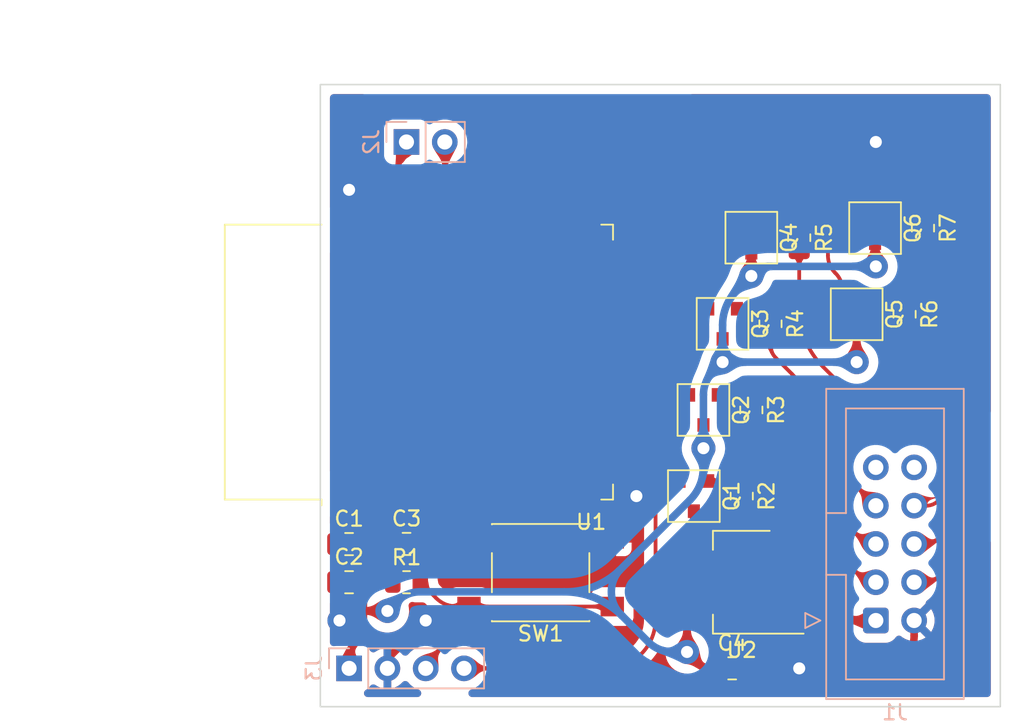
<source format=kicad_pcb>
(kicad_pcb (version 20211014) (generator pcbnew)
  (layers (0 "F.Cu" signal) (31 "B.Cu" signal) (34 "B.Paste" user) (35 "F.Paste" user) (36 "B.SilkS" user "B.Silkscreen") (37 "F.SilkS" user "F.Silkscreen") (38 "B.Mask" user) (39 "F.Mask" user) (44 "Edge.Cuts" user))
  (net 0 "")
  (net 1 "GND")
  (net 2 "+3.3V")
  (net 3 "EN")
  (net 4 "+5V")
  (net 5 "Net-(J1-Pad3)")
  (net 6 "Net-(J1-Pad4)")
  (net 7 "Net-(J1-Pad5)")
  (net 8 "Net-(J1-Pad6)")
  (net 9 "Net-(J1-Pad7)")
  (net 10 "Net-(J1-Pad8)")
  (net 13 "TX")
  (net 14 "RX")
  (net 15 "IO0")
  (net 16 "Net-(Q1-Pad1)")
  (net 17 "Net-(Q1-Pad2)")
  (net 18 "Net-(Q2-Pad1)")
  (net 19 "Net-(Q2-Pad2)")
  (net 20 "Net-(Q3-Pad1)")
  (net 21 "Net-(Q3-Pad2)")
  (net 22 "Net-(Q4-Pad1)")
  (net 23 "Net-(Q4-Pad2)")
  (net 24 "Net-(Q5-Pad1)")
  (net 25 "Net-(Q5-Pad2)")
  (net 26 "Net-(Q6-Pad1)")
  (net 27 "Net-(Q6-Pad2)")
  (footprint "Package_TO_SOT_SMD_AKL:SOT-23" (layer "F.Cu") (at 140.335 80.645 -90)
    (fp_text reference "Q3")
    (fp_text value "BCR108")
  )
  (footprint "Resistor_SMD:R_0805_2012Metric" (layer "F.Cu") (at 119.38 97.79)
    (fp_text reference "R1")
    (fp_text value "10K")
  )
  (footprint "Capacitor_SMD:C_0805_2012Metric" (layer "F.Cu") (at 119.38 95.25)
    (fp_text reference "C3")
    (fp_text value "100 nF")
  )
  (footprint "Resistor_SMD:R_0805_2012Metric" (layer "F.Cu") (at 152.4 80.01 -90)
    (fp_text reference "R6")
    (fp_text value "4K7")
  )
  (footprint "Resistor_SMD:R_0805_2012Metric" (layer "F.Cu") (at 145.415 74.93 -90)
    (fp_text reference "R5")
    (fp_text value "4K7")
  )
  (footprint "Package_TO_SOT_SMD_AKL:SOT-23" (layer "F.Cu") (at 149.225 80.01 -90)
    (fp_text reference "Q5")
    (fp_text value "BCR108")
  )
  (footprint "Package_TO_SOT_SMD_AKL:SOT-23" (layer "F.Cu") (at 142.24 74.93 -90)
    (fp_text reference "Q4")
    (fp_text value "BCR108")
  )
  (footprint "Package_TO_SOT_SMD_AKL:SOT-23" (layer "F.Cu") (at 138.43 92.075 -90)
    (fp_text reference "Q1")
    (fp_text value "BCR108")
  )
  (footprint "Package_TO_SOT_SMD_AKL:SOT-23" (layer "F.Cu") (at 150.445 74.295 -90)
    (fp_text reference "Q6")
    (fp_text value "BCR108")
  )
  (footprint "Capacitor_SMD:C_0805_2012Metric" (layer "F.Cu") (at 115.57 95.26)
    (fp_text reference "C1")
    (fp_text value "100 nF")
  )
  (footprint "Resistor_SMD:R_0805_2012Metric" (layer "F.Cu") (at 141.605 92.075 -90)
    (fp_text reference "R2")
    (fp_text value "4K7")
  )
  (footprint "Package_TO_SOT_SMD_AKL:SOT-23" (layer "F.Cu") (at 139.065 86.36 -90)
    (fp_text reference "Q2")
    (fp_text value "BCR108")
  )
  (footprint "Tereza_custom:SW_Push_TD-03XA-T" (layer "F.Cu") (at 128.27 97.155 180)
    (fp_text reference "SW1")
    (fp_text value "SW RESET")
  )
  (footprint "Capacitor_SMD:C_0805_2012Metric" (layer "F.Cu") (at 140.97 103.505)
    (fp_text reference "C4")
    (fp_text value "1 uF")
  )
  (footprint "Package_TO_SOT_SMD:SOT-223-3_TabPin2" (layer "F.Cu") (at 141.605 97.79 180)
    (fp_text reference "U2")
    (fp_text value "NCP1117-3.3_SOT223")
  )
  (footprint "Capacitor_SMD:C_0805_2012Metric" (layer "F.Cu") (at 115.57 97.79)
    (fp_text reference "C2")
    (fp_text value "10 uF")
  )
  (footprint "Resistor_SMD:R_0805_2012Metric" (layer "F.Cu") (at 142.24 86.36 -90)
    (fp_text reference "R3")
    (fp_text value "4K7")
  )
  (footprint "Resistor_SMD:R_0805_2012Metric" (layer "F.Cu") (at 143.51 80.645 -90)
    (fp_text reference "R4")
    (fp_text value "4K7")
  )
  (footprint "Resistor_SMD:R_0805_2012Metric" (layer "F.Cu") (at 153.62 74.295 -90)
    (fp_text reference "R7")
    (fp_text value "4K7")
  )
  (footprint "RF_Module:ESP32-WROOM-32" (layer "F.Cu") (at 123.19 83.185 90)
    (fp_text reference "U1")
    (fp_text value "ESP32-WROOM-32")
  )
  (footprint "Connector_PinHeader_2.54mm:PinHeader_1x04_P2.54mm_Vertical" (layer "B.Cu") (at 115.57 103.505 -90)
    (fp_text reference "J3")
    (fp_text value "FLASH")
  )
  (footprint "Connector_PinHeader_2.54mm:PinHeader_1x02_P2.54mm_Vertical" (layer "B.Cu") (at 119.375 68.58 -90)
    (fp_text reference "J2")
    (fp_text value "FLASH")
  )
  (footprint "Connector_IDC:IDC-Header_2x05_P2.54mm_Vertical" (layer "B.Cu") (at 150.495 100.33)
    (fp_text reference "J1")
    (fp_text value "Conn_02x05_Odd_Even")
  )
  (gr_rect (start 113.665 64.77) (end 158.75 106.045) (layer "Edge.Cuts") (width 0.1) (fill none))
  (segment (start 115.255 72.07) (end 115.57 71.755) (width 0.5) (layer "F.Cu") (net 1))
  (segment (start 147.19596 102.53096) (end 144.96006 100.29506) (width 0.5) (layer "F.Cu") (net 1))
  (segment (start 120.33 95.25) (end 123.175 95.25) (width 0.5) (layer "F.Cu") (net 1))
  (segment (start 144.549939 100.87506) (end 141.92 103.505) (width 0.5) (layer "F.Cu") (net 1))
  (segment (start 114.94 72.830477) (end 114.94 74.435) (width 0.5) (layer "F.Cu") (net 1))
  (segment (start 114.62 96.6775) (end 114.62 96.3775) (width 0.5) (layer "F.Cu") (net 1))
  (segment (start 153.035 101.336974) (end 153.035 100.33) (width 0.5) (layer "F.Cu") (net 1))
  (segment (start 114.7775 100.1725) (end 114.935 100.33) (width 0.5) (layer "F.Cu") (net 1))
  (segment (start 131.888629 94.905) (end 123.52 94.905) (width 0.5) (layer "F.Cu") (net 1))
  (segment (start 149.5475 103.505) (end 146.7925 103.505) (width 0.5) (layer "F.Cu") (net 1))
  (segment (start 134.174522 90.369522) (end 132.7 88.895) (width 0.5) (layer "F.Cu") (net 1))
  (segment (start 134.62 92.075) (end 134.62 91.445) (width 0.5) (layer "F.Cu") (net 1))
  (segment (start 114.94 92.478725) (end 114.94 91.935) (width 0.5) (layer "F.Cu") (net 1))
  (segment (start 114.62 93.251274) (end 114.62 94.1425) (width 0.5) (layer "F.Cu") (net 1))
  (segment (start 146.7925 103.505) (end 145.415 103.505) (width 0.5) (layer "F.Cu") (net 1))
  (segment (start 149.5475 103.505) (end 150.866974 103.505) (width 0.5) (layer "F.Cu") (net 1))
  (segment (start 134.62 92.69) (end 134.62 92.075) (width 0.5) (layer "F.Cu") (net 1))
  (segment (start 134.185129 93.73987) (end 133.82 94.105) (width 0.5) (layer "F.Cu") (net 1))
  (segment (start 114.62 98.9025) (end 114.62 99.792261) (width 0.5) (layer "F.Cu") (net 1))
  (segment (start 118.11 103.1875) (end 118.11 103.505) (width 0.5) (layer "F.Cu") (net 1))
  (segment (start 114.62 96.6775) (end 114.62 98.9025) (width 0.5) (layer "F.Cu") (net 1))
  (segment (start 114.62 94.1425) (end 114.62 96.3775) (width 0.5) (layer "F.Cu") (net 1))
  (segment (start 118.334506 102.645493) (end 120.65 100.33) (width 0.5) (layer "F.Cu") (net 1))
  (via (at 114.935 100.33) (size 1.6) (drill 0.8) (layers "F.Cu" "B.Cu") (net 1))
  (via (at 134.62 92.075) (size 1.6) (drill 0.8) (layers "F.Cu" "B.Cu") (net 1))
  (via (at 150.495 68.58) (size 1.6) (drill 0.8) (layers "F.Cu" "B.Cu") (net 1))
  (via (at 120.65 100.33) (size 1.6) (drill 0.8) (layers "F.Cu" "B.Cu") (net 1))
  (via (at 145.415 103.505) (size 1.6) (drill 0.8) (layers "F.Cu" "B.Cu") (net 1))
  (via (at 115.57 71.755) (size 1.6) (drill 0.8) (layers "F.Cu" "B.Cu") (net 1))
  (arc (start 114.78 92.865) (mid 114.661582 93.042224) (end 114.62 93.251274) (width 0.5) (layer "F.Cu") (net 1))
  (arc (start 114.62 99.792261) (mid 114.660932 99.998044) (end 114.7775 100.1725) (width 0.5) (layer "F.Cu") (net 1))
  (arc (start 146.7925 103.505) (mid 147.319646 103.152771) (end 147.19596 102.53096) (width 0.5) (layer "F.Cu") (net 1))
  (arc (start 153.035 101.336974) (mid 152.869968 102.166641) (end 152.4 102.87) (width 0.5) (layer "F.Cu") (net 1))
  (arc (start 144.96006 100.29506) (mid 144.829152 100.269021) (end 144.755 100.38) (width 0.5) (layer "F.Cu") (net 1))
  (arc (start 144.755 100.38) (mid 144.701706 100.647924) (end 144.549939 100.87506) (width 0.5) (layer "F.Cu") (net 1))
  (arc (start 114.94 92.478725) (mid 114.898417 92.687775) (end 114.78 92.865) (width 0.5) (layer "F.Cu") (net 1))
  (arc (start 147.19596 102.53096) (mid 148.274855 103.251855) (end 149.5475 103.505) (width 0.5) (layer "F.Cu") (net 1))
  (arc (start 152.4 102.87) (mid 151.696641 103.339968) (end 150.866974 103.505) (width 0.5) (layer "F.Cu") (net 1))
  (arc (start 115.255 72.07) (mid 115.021865 72.418909) (end 114.94 72.830477) (width 0.5) (layer "F.Cu") (net 1))
  (arc (start 133.82 94.105) (mid 132.933879 94.697086) (end 131.888629 94.905) (width 0.5) (layer "F.Cu") (net 1))
  (arc (start 118.334506 102.645493) (mid 118.168347 102.894168) (end 118.11 103.1875) (width 0.5) (layer "F.Cu") (net 1))
  (arc (start 134.62 92.69) (mid 134.50698 93.258185) (end 134.185129 93.73987) (width 0.5) (layer "F.Cu") (net 1))
  (arc (start 134.174522 90.369522) (mid 134.504224 90.862955) (end 134.62 91.445) (width 0.5) (layer "F.Cu") (net 1))
  (segment (start 118.481974 101.6) (end 117.103025 101.6) (width 0.5) (layer "B.Cu") (net 1))
  (segment (start 120.015 100.965) (end 120.65 100.33) (width 0.5) (layer "B.Cu") (net 1))
  (segment (start 114.935 100.33) (end 115.57 100.965) (width 0.5) (layer "B.Cu") (net 1))
  (arc (start 120.015 100.965) (mid 119.311641 101.434968) (end 118.481974 101.6) (width 0.5) (layer "B.Cu") (net 1))
  (arc (start 115.57 100.965) (mid 116.273357 101.434968) (end 117.103025 101.6) (width 0.5) (layer "B.Cu") (net 1))
  (segment (start 116.52 98.76375) (end 116.52 96.81625) (width 0.5) (layer "F.Cu") (net 2))
  (segment (start 142.24 77.47) (end 142.24 75.93) (width 0.5) (layer "F.Cu") (net 2))
  (segment (start 138.43 93.075) (end 138.43 97.765) (width 0.5) (layer "F.Cu") (net 2))
  (segment (start 116.044999 101.759999) (end 116.019012 101.785987) (width 0.5) (layer "F.Cu") (net 2))
  (segment (start 149.225 83.185) (end 149.225 81.01) (width 0.5) (layer "F.Cu") (net 2))
  (segment (start 138.727356 103.167356) (end 137.9775 102.4175) (width 0.5) (layer "F.Cu") (net 2))
  (segment (start 116.52 94.1425) (end 116.52 96.3775) (width 0.5) (layer "F.Cu") (net 2))
  (segment (start 137.9775 98.605143) (end 137.9775 102.4175) (width 0.5) (layer "F.Cu") (net 2))
  (segment (start 150.495 76.835) (end 150.47 76.81) (width 0.5) (layer "F.Cu") (net 2))
  (segment (start 150.445 76.749644) (end 150.445 75.295) (width 0.5) (layer "F.Cu") (net 2))
  (segment (start 116.2075 92.7125) (end 116.3625 92.8675) (width 0.5) (layer "F.Cu") (net 2))
  (segment (start 140.335 83.185) (end 140.335 81.645) (width 0.5) (layer "F.Cu") (net 2))
  (segment (start 138.792643 97.79) (end 144.755 97.79) (width 0.5) (layer "F.Cu") (net 2))
  (segment (start 116.52 96.81625) (end 116.52 96.3775) (width 0.5) (layer "F.Cu") (net 2))
  (segment (start 116.21 92.701464) (end 116.21 91.935) (width 0.5) (layer "F.Cu") (net 2))
  (segment (start 117.49375 97.79) (end 118.4675 97.79) (width 0.5) (layer "F.Cu") (net 2))
  (segment (start 116.52 98.76375) (end 116.52 100.613248) (width 0.5) (layer "F.Cu") (net 2))
  (segment (start 118.11 99.695) (end 116.52 99.695) (width 0.5) (layer "F.Cu") (net 2))
  (segment (start 139.5425 103.505) (end 140.02 103.505) (width 0.5) (layer "F.Cu") (net 2))
  (segment (start 115.57 102.87) (end 115.57 103.505) (width 0.5) (layer "F.Cu") (net 2))
  (segment (start 139.065 88.9) (end 139.065 87.36) (width 0.5) (layer "F.Cu") (net 2))
  (segment (start 116.52 94.1425) (end 116.52 93.247738) (width 0.5) (layer "F.Cu") (net 2))
  (via (at 118.11 99.695) (size 1.6) (drill 0.8) (layers "F.Cu" "B.Cu") (net 2))
  (via (at 142.24 77.47) (size 1.6) (drill 0.8) (layers "F.Cu" "B.Cu") (net 2))
  (via (at 137.9775 102.4175) (size 1.6) (drill 0.8) (layers "F.Cu" "B.Cu") (net 2))
  (via (at 150.495 76.835) (size 1.6) (drill 0.8) (layers "F.Cu" "B.Cu") (net 2))
  (via (at 140.335 83.185) (size 1.6) (drill 0.8) (layers "F.Cu" "B.Cu") (net 2))
  (via (at 149.225 83.185) (size 1.6) (drill 0.8) (layers "F.Cu" "B.Cu") (net 2))
  (via (at 139.065 88.9) (size 1.6) (drill 0.8) (layers "F.Cu" "B.Cu") (net 2))
  (arc (start 138.21625 98.02875) (mid 138.039549 98.293201) (end 137.9775 98.605143) (width 0.5) (layer "F.Cu") (net 2))
  (arc (start 138.727356 103.167356) (mid 139.101347 103.417249) (end 139.5425 103.505) (width 0.5) (layer "F.Cu") (net 2))
  (arc (start 116.3625 92.8675) (mid 116.479067 93.041954) (end 116.52 93.247738) (width 0.5) (layer "F.Cu") (net 2))
  (arc (start 116.2075 92.7075) (mid 116.206464 92.71) (end 116.2075 92.7125) (width 0.5) (layer "F.Cu") (net 2))
  (arc (start 138.792643 97.79) (mid 138.480701 97.852049) (end 138.21625 98.02875) (width 0.5) (layer "F.Cu") (net 2))
  (arc (start 116.21 92.701464) (mid 116.20935 92.70473) (end 116.2075 92.7075) (width 0.5) (layer "F.Cu") (net 2))
  (arc (start 116.019012 101.785987) (mid 115.686694 102.283336) (end 115.57 102.87) (width 0.5) (layer "F.Cu") (net 2))
  (arc (start 150.445 76.749644) (mid 150.451497 76.782308) (end 150.47 76.81) (width 0.5) (layer "F.Cu") (net 2))
  (arc (start 116.52 96.81625) (mid 116.805204 97.504795) (end 117.49375 97.79) (width 0.5) (layer "F.Cu") (net 2))
  (arc (start 116.52 100.613248) (mid 116.396551 101.233865) (end 116.044999 101.759999) (width 0.5) (layer "F.Cu") (net 2))
  (arc (start 117.49375 97.79) (mid 116.805204 98.075204) (end 116.52 98.76375) (width 0.5) (layer "F.Cu") (net 2))
  (segment (start 140.335 83.185) (end 149.225 83.185) (width 0.5) (layer "B.Cu") (net 2))
  (segment (start 140.335 83.185) (end 140.335 80.722038) (width 0.5) (layer "B.Cu") (net 2))
  (segment (start 120.278025 98.425) (end 129.826036 98.425) (width 0.5) (layer "B.Cu") (net 2))
  (segment (start 140.335 83.185) (end 139.7 83.82) (width 0.5) (layer "B.Cu") (net 2))
  (segment (start 137.025 102.4175) (end 137.9775 102.4175) (width 0.5) (layer "B.Cu") (net 2))
  (segment (start 133.494212 97.010787) (end 138.166974 92.338025) (width 0.5) (layer "B.Cu") (net 2))
  (segment (start 142.24 77.47) (end 142.5575 77.1525) (width 0.5) (layer "B.Cu") (net 2))
  (segment (start 141.2875 78.4225) (end 142.24 77.47) (width 0.5) (layer "B.Cu") (net 2))
  (segment (start 135.39898 101.74398) (end 133.673792 100.018792) (width 0.5) (layer "B.Cu") (net 2))
  (segment (start 139.065 88.9) (end 139.065 85.353025) (width 0.5) (layer "B.Cu") (net 2))
  (segment (start 118.745 99.06) (end 118.11 99.695) (width 0.5) (layer "B.Cu") (net 2))
  (segment (start 139.065 90.17) (end 139.065 88.9) (width 0.5) (layer "B.Cu") (net 2))
  (segment (start 150.495 76.835) (end 143.324012 76.835) (width 0.5) (layer "B.Cu") (net 2))
  (arc (start 141.2875 78.4225) (mid 140.582546 79.477537) (end 140.335 80.722038) (width 0.5) (layer "B.Cu") (net 2))
  (arc (start 133.494212 97.010787) (mid 132.961023 98.477597) (end 133.673792 100.018792) (width 0.5) (layer "B.Cu") (net 2))
  (arc (start 120.278025 98.425) (mid 119.448357 98.590031) (end 118.745 99.06) (width 0.5) (layer "B.Cu") (net 2))
  (arc (start 143.324012 76.835) (mid 142.909178 76.917515) (end 142.5575 77.1525) (width 0.5) (layer "B.Cu") (net 2))
  (arc (start 135.39898 101.74398) (mid 136.145004 102.242457) (end 137.025 102.4175) (width 0.5) (layer "B.Cu") (net 2))
  (arc (start 139.7 83.82) (mid 139.230031 84.523357) (end 139.065 85.353025) (width 0.5) (layer "B.Cu") (net 2))
  (arc (start 129.826036 98.425) (mid 131.861755 98.057458) (end 133.494212 97.010787) (width 0.5) (layer "B.Cu") (net 2))
  (arc (start 133.673792 100.018792) (mid 131.908426 98.839213) (end 129.826036 98.425) (width 0.5) (layer "B.Cu") (net 2))
  (arc (start 139.065 90.17) (mid 138.83161 91.343326) (end 138.166974 92.338025) (width 0.5) (layer "B.Cu") (net 2))
  (segment (start 117.48 92.325) (end 117.48 91.935) (width 0.25) (layer "F.Cu") (net 3))
  (segment (start 117.955 93.19) (end 117.755771 92.990771) (width 0.25) (layer "F.Cu") (net 3))
  (segment (start 123.06375 99.405) (end 123.97625 99.405) (width 0.25) (layer "F.Cu") (net 3))
  (segment (start 123.197382 100.640117) (end 120.65 103.1875) (width 0.25) (layer "F.Cu") (net 3))
  (segment (start 121.337395 98.834895) (end 120.2925 97.79) (width 0.25) (layer "F.Cu") (net 3))
  (segment (start 123.97625 99.405) (end 133.02 99.405) (width 0.25) (layer "F.Cu") (net 3))
  (segment (start 122.71375 99.405) (end 123.06375 99.405) (width 0.25) (layer "F.Cu") (net 3))
  (segment (start 118.43 95.57) (end 120.2925 97.4325) (width 0.25) (layer "F.Cu") (net 3))
  (segment (start 118.43 94.336751) (end 118.43 95.25) (width 0.25) (layer "F.Cu") (net 3))
  (arc (start 121.337395 98.834895) (mid 121.968872 99.256834) (end 122.71375 99.405) (width 0.25) (layer "F.Cu") (net 3))
  (arc (start 117.48 92.325) (mid 117.55167 92.685312) (end 117.755771 92.990771) (width 0.25) (layer "F.Cu") (net 3))
  (arc (start 123.97625 99.405) (mid 123.653632 99.538632) (end 123.52 99.86125) (width 0.25) (layer "F.Cu") (net 3))
  (arc (start 123.52 99.86125) (mid 123.436154 100.282769) (end 123.197382 100.640117) (width 0.25) (layer "F.Cu") (net 3))
  (arc (start 117.955 93.19) (mid 118.306551 93.716133) (end 118.43 94.336751) (width 0.25) (layer "F.Cu") (net 3))
  (arc (start 123.52 99.86125) (mid 123.386367 99.538632) (end 123.06375 99.405) (width 0.25) (layer "F.Cu") (net 3))
  (segment (start 145.22625 95.49) (end 144.755 95.49) (width 0.5) (layer "F.Cu") (net 4))
  (segment (start 146.631454 96.423954) (end 146.030724 95.823224) (width 0.5) (layer "F.Cu") (net 4))
  (segment (start 149.488025 100.33) (end 150.495 100.33) (width 0.5) (layer "F.Cu") (net 4))
  (segment (start 147.32 98.161974) (end 147.32 98.08625) (width 0.5) (layer "F.Cu") (net 4))
  (arc (start 147.32 98.161974) (mid 147.485031 98.991641) (end 147.955 99.695) (width 0.5) (layer "F.Cu") (net 4))
  (arc (start 146.631454 96.423954) (mid 147.141052 97.186622) (end 147.32 98.08625) (width 0.5) (layer "F.Cu") (net 4))
  (arc (start 147.955 99.695) (mid 148.658357 100.164968) (end 149.488025 100.33) (width 0.5) (layer "F.Cu") (net 4))
  (arc (start 146.030724 95.823224) (mid 145.661628 95.576602) (end 145.22625 95.49) (width 0.5) (layer "F.Cu") (net 4))
  (segment (start 144.09267 92.9875) (end 141.605 92.9875) (width 0.25) (layer "F.Cu") (net 5))
  (segment (start 148.179506 96.109506) (end 149.86 97.79) (width 0.25) (layer "F.Cu") (net 5))
  (segment (start 147.730493 95.025493) (end 146.82375 94.11875) (width 0.25) (layer "F.Cu") (net 5))
  (arc (start 147.730493 95.025493) (mid 147.896652 95.274168) (end 147.955 95.5675) (width 0.25) (layer "F.Cu") (net 5))
  (arc (start 147.955 95.5675) (mid 148.013347 95.860831) (end 148.179506 96.109506) (width 0.25) (layer "F.Cu") (net 5))
  (arc (start 146.82375 94.11875) (mid 145.57072 93.281502) (end 144.09267 92.9875) (width 0.25) (layer "F.Cu") (net 5))
  (segment (start 154.305 76.376868) (end 154.305 81.574935) (width 0.25) (layer "F.Cu") (net 6))
  (segment (start 157.48 89.240064) (end 157.48 92.369935) (width 0.25) (layer "F.Cu") (net 6))
  (segment (start 154.754012 97.340987) (end 155.8925 96.2025) (width 0.25) (layer "F.Cu") (net 6))
  (segment (start 153.9625 75.55) (end 153.62 75.2075) (width 0.25) (layer "F.Cu") (net 6))
  (segment (start 153.67 97.79) (end 153.035 97.79) (width 0.25) (layer "F.Cu") (net 6))
  (arc (start 153.9625 75.55) (mid 154.215987 75.92937) (end 154.305 76.376868) (width 0.25) (layer "F.Cu") (net 6))
  (arc (start 157.48 92.369935) (mid 157.067422 94.444104) (end 155.8925 96.2025) (width 0.25) (layer "F.Cu") (net 6))
  (arc (start 155.8925 85.4075) (mid 157.067422 87.165895) (end 157.48 89.240064) (width 0.25) (layer "F.Cu") (net 6))
  (arc (start 154.305 81.574935) (mid 154.717577 83.649104) (end 155.8925 85.4075) (width 0.25) (layer "F.Cu") (net 6))
  (arc (start 154.754012 97.340987) (mid 154.256663 97.673305) (end 153.67 97.79) (width 0.25) (layer "F.Cu") (net 6))
  (segment (start 142.24 87.63) (end 149.86 95.25) (width 0.25) (layer "F.Cu") (net 7))
  (segment (start 152.4 82.68875) (end 152.4 80.9225) (width 0.25) (layer "F.Cu") (net 8))
  (segment (start 154.616207 86.671207) (end 153.648927 85.703927) (width 0.25) (layer "F.Cu") (net 8))
  (segment (start 154.754012 94.800987) (end 155.2575 94.2975) (width 0.25) (layer "F.Cu") (net 8))
  (segment (start 156.21 90.518963) (end 156.21 91.997961) (width 0.25) (layer "F.Cu") (net 8))
  (segment (start 153.67 95.25) (end 153.035 95.25) (width 0.25) (layer "F.Cu") (net 8))
  (arc (start 154.616207 86.671207) (mid 155.795786 88.436572) (end 156.21 90.518963) (width 0.25) (layer "F.Cu") (net 8))
  (arc (start 156.21 91.997961) (mid 155.962453 93.242462) (end 155.2575 94.2975) (width 0.25) (layer "F.Cu") (net 8))
  (arc (start 152.4 82.68875) (mid 152.724585 84.320552) (end 153.648927 85.703927) (width 0.25) (layer "F.Cu") (net 8))
  (arc (start 154.754012 94.800987) (mid 154.256663 95.133305) (end 153.67 95.25) (width 0.25) (layer "F.Cu") (net 8))
  (segment (start 143.860901 82.900901) (end 144.927467 83.967467) (width 0.25) (layer "F.Cu") (net 9))
  (segment (start 143.51 82.05375) (end 143.51 81.5575) (width 0.25) (layer "F.Cu") (net 9))
  (segment (start 147.172532 89.387532) (end 150.495 92.71) (width 0.25) (layer "F.Cu") (net 9))
  (arc (start 143.51 82.05375) (mid 143.601196 82.512225) (end 143.860901 82.900901) (width 0.25) (layer "F.Cu") (net 9))
  (arc (start 146.05 86.6775) (mid 146.341736 88.144158) (end 147.172532 89.387532) (width 0.25) (layer "F.Cu") (net 9))
  (arc (start 144.927467 83.967467) (mid 145.758263 85.21084) (end 146.05 86.6775) (width 0.25) (layer "F.Cu") (net 9))
  (segment (start 145.415 79.661036) (end 145.415 75.8425) (width 0.25) (layer "F.Cu") (net 10))
  (segment (start 153.933025 87.893025) (end 153.9875 87.9475) (width 0.25) (layer "F.Cu") (net 10))
  (segment (start 147.008792 83.508792) (end 149.596974 86.096974) (width 0.25) (layer "F.Cu") (net 10))
  (segment (start 154.94 91.625987) (end 154.94 90.247038) (width 0.25) (layer "F.Cu") (net 10))
  (segment (start 153.855987 92.71) (end 153.035 92.71) (width 0.25) (layer "F.Cu") (net 10))
  (arc (start 154.94 91.625987) (mid 154.857484 92.04082) (end 154.6225 92.3925) (width 0.25) (layer "F.Cu") (net 10))
  (arc (start 145.415 79.661036) (mid 145.829213 81.743426) (end 147.008792 83.508792) (width 0.25) (layer "F.Cu") (net 10))
  (arc (start 149.596974 86.096974) (mid 150.591672 86.76161) (end 151.765 86.995) (width 0.25) (layer "F.Cu") (net 10))
  (arc (start 153.9875 87.9475) (mid 154.692453 89.002537) (end 154.94 90.247038) (width 0.25) (layer "F.Cu") (net 10))
  (arc (start 154.6225 92.3925) (mid 154.27082 92.627484) (end 153.855987 92.71) (width 0.25) (layer "F.Cu") (net 10))
  (arc (start 153.933025 87.893025) (mid 152.938326 87.228389) (end 151.765 86.995) (width 0.25) (layer "F.Cu") (net 10))
  (segment (start 119.375 69.093058) (end 119.375 68.58) (width 0.25) (layer "F.Cu") (net 13))
  (segment (start 118.75 70.601941) (end 118.75 74.435) (width 0.25) (layer "F.Cu") (net 13))
  (arc (start 119.375 69.093058) (mid 119.293783 69.501359) (end 119.0625 69.8475) (width 0.25) (layer "F.Cu") (net 13))
  (arc (start 119.0625 69.8475) (mid 118.831216 70.19364) (end 118.75 70.601941) (width 0.25) (layer "F.Cu") (net 13))
  (segment (start 120.520277 72.519721) (end 121.015206 72.024793) (width 0.25) (layer "F.Cu") (net 14))
  (segment (start 120.02 73.7275) (end 120.02 74.435) (width 0.25) (layer "F.Cu") (net 14))
  (segment (start 121.915 69.8525) (end 121.915 68.58) (width 0.25) (layer "F.Cu") (net 14))
  (arc (start 121.915 69.8525) (mid 121.681151 71.028136) (end 121.015206 72.024793) (width 0.25) (layer "F.Cu") (net 14))
  (arc (start 120.520277 72.519721) (mid 120.150017 73.073854) (end 120.02 73.7275) (width 0.25) (layer "F.Cu") (net 14))
  (segment (start 132.47 74.435) (end 131.45 74.435) (width 0.25) (layer "F.Cu") (net 15))
  (segment (start 135.255 77.448043) (end 135.255 89.085987) (width 0.25) (layer "F.Cu") (net 15))
  (segment (start 134.3725 75.3175) (end 134.211248 75.156248) (width 0.25) (layer "F.Cu") (net 15))
  (segment (start 135.89 100.252961) (end 135.89 90.619012) (width 0.25) (layer "F.Cu") (net 15))
  (segment (start 132.637961 103.505) (end 123.19 103.505) (width 0.25) (layer "F.Cu") (net 15))
  (arc (start 135.255 89.085987) (mid 135.337515 89.50082) (end 135.5725 89.8525) (width 0.25) (layer "F.Cu") (net 15))
  (arc (start 134.3725 75.3175) (mid 135.025645 76.295001) (end 135.255 77.448043) (width 0.25) (layer "F.Cu") (net 15))
  (arc (start 134.211248 75.156248) (mid 133.412356 74.622446) (end 132.47 74.435) (width 0.25) (layer "F.Cu") (net 15))
  (arc (start 135.89 100.252961) (mid 135.642453 101.497462) (end 134.9375 102.5525) (width 0.25) (layer "F.Cu") (net 15))
  (arc (start 135.5725 89.8525) (mid 135.807484 90.204178) (end 135.89 90.619012) (width 0.25) (layer "F.Cu") (net 15))
  (arc (start 134.9375 102.5525) (mid 133.882462 103.257453) (end 132.637961 103.505) (width 0.25) (layer "F.Cu") (net 15))
  (segment (start 139.38 91.075) (end 141.5175 91.075) (width 0.25) (layer "F.Cu") (net 16))
  (segment (start 137.48 90.465) (end 137.48 91.075) (width 0.25) (layer "F.Cu") (net 17))
  (segment (start 136.525 88.224713) (end 136.525 77.810064) (width 0.25) (layer "F.Cu") (net 17))
  (segment (start 137.048664 89.423664) (end 137.0025 89.3775) (width 0.25) (layer "F.Cu") (net 17))
  (segment (start 129.542499 73.022499) (end 129.185771 73.379228) (width 0.25) (layer "F.Cu") (net 17))
  (segment (start 131.06949 72.39) (end 131.7625 72.39) (width 0.25) (layer "F.Cu") (net 17))
  (segment (start 128.91 74.045) (end 128.91 74.435) (width 0.25) (layer "F.Cu") (net 17))
  (segment (start 134.472532 73.512532) (end 134.9375 73.9775) (width 0.25) (layer "F.Cu") (net 17))
  (arc (start 134.9375 73.9775) (mid 136.112422 75.735895) (end 136.525 77.810064) (width 0.25) (layer "F.Cu") (net 17))
  (arc (start 137.048664 89.423664) (mid 137.367899 89.901433) (end 137.48 90.465) (width 0.25) (layer "F.Cu") (net 17))
  (arc (start 131.06949 72.39) (mid 130.243088 72.554381) (end 129.542499 73.022499) (width 0.25) (layer "F.Cu") (net 17))
  (arc (start 136.525 88.224713) (mid 136.649098 88.848596) (end 137.0025 89.3775) (width 0.25) (layer "F.Cu") (net 17))
  (arc (start 134.472532 73.512532) (mid 133.229158 72.681736) (end 131.7625 72.39) (width 0.25) (layer "F.Cu") (net 17))
  (arc (start 129.185771 73.379228) (mid 128.98167 73.684686) (end 128.91 74.045) (width 0.25) (layer "F.Cu") (net 17))
  (segment (start 140.015 85.36) (end 142.1525 85.36) (width 0.25) (layer "F.Cu") (net 18))
  (segment (start 135.556544 72.691544) (end 136.201207 73.336207) (width 0.25) (layer "F.Cu") (net 19))
  (segment (start 137.955 85.2) (end 138.115 85.36) (width 0.25) (layer "F.Cu") (net 19))
  (segment (start 127.64 73.7275) (end 127.64 74.435) (width 0.25) (layer "F.Cu") (net 19))
  (segment (start 131.7625 71.12) (end 130.883502 71.12) (width 0.25) (layer "F.Cu") (net 19))
  (segment (start 128.589999 72.069999) (end 128.140278 72.519721) (width 0.25) (layer "F.Cu") (net 19))
  (segment (start 137.795 84.813725) (end 137.795 77.183963) (width 0.25) (layer "F.Cu") (net 19))
  (arc (start 130.883502 71.12) (mid 129.642267 71.366896) (end 128.589999 72.069999) (width 0.25) (layer "F.Cu") (net 19))
  (arc (start 135.556544 72.691544) (mid 133.815822 71.52843) (end 131.7625 71.12) (width 0.25) (layer "F.Cu") (net 19))
  (arc (start 136.201207 73.336207) (mid 137.380786 75.101572) (end 137.795 77.183963) (width 0.25) (layer "F.Cu") (net 19))
  (arc (start 137.795 84.813725) (mid 137.836582 85.022775) (end 137.955 85.2) (width 0.25) (layer "F.Cu") (net 19))
  (arc (start 128.140278 72.519721) (mid 127.770018 73.073854) (end 127.64 73.7275) (width 0.25) (layer "F.Cu") (net 19))
  (segment (start 141.285 79.645) (end 143.4225 79.645) (width 0.25) (layer "F.Cu") (net 20))
  (segment (start 132.366036 69.85) (end 131.158963 69.85) (width 0.25) (layer "F.Cu") (net 21))
  (segment (start 139.225 79.485) (end 139.385 79.645) (width 0.25) (layer "F.Cu") (net 21))
  (segment (start 125.1 74.045) (end 125.1 74.435) (width 0.25) (layer "F.Cu") (net 21))
  (segment (start 127.311206 71.443792) (end 125.375771 73.379228) (width 0.25) (layer "F.Cu") (net 21))
  (segment (start 139.065 76.548963) (end 139.065 79.098725) (width 0.25) (layer "F.Cu") (net 21))
  (segment (start 137.471207 72.701207) (end 136.213792 71.443792) (width 0.25) (layer "F.Cu") (net 21))
  (arc (start 131.158963 69.85) (mid 129.076572 70.264213) (end 127.311206 71.443792) (width 0.25) (layer "F.Cu") (net 21))
  (arc (start 136.213792 71.443792) (mid 134.448426 70.264213) (end 132.366036 69.85) (width 0.25) (layer "F.Cu") (net 21))
  (arc (start 125.375771 73.379228) (mid 125.17167 73.684686) (end 125.1 74.045) (width 0.25) (layer "F.Cu") (net 21))
  (arc (start 137.471207 72.701207) (mid 138.650786 74.466572) (end 139.065 76.548963) (width 0.25) (layer "F.Cu") (net 21))
  (arc (start 139.065 79.098725) (mid 139.106582 79.307775) (end 139.225 79.485) (width 0.25) (layer "F.Cu") (net 21))
  (segment (start 143.19 73.93) (end 145.3275 73.93) (width 0.25) (layer "F.Cu") (net 22))
  (segment (start 126.676206 70.173792) (end 124.330278 72.519721) (width 0.25) (layer "F.Cu") (net 23))
  (segment (start 140.9475 73.93) (end 141.29 73.93) (width 0.25) (layer "F.Cu") (net 23))
  (segment (start 123.83 73.7275) (end 123.83 74.435) (width 0.25) (layer "F.Cu") (net 23))
  (segment (start 133.001036 68.58) (end 130.523963 68.58) (width 0.25) (layer "F.Cu") (net 23))
  (segment (start 136.848792 70.173792) (end 140.362815 73.687815) (width 0.25) (layer "F.Cu") (net 23))
  (arc (start 124.330278 72.519721) (mid 123.960018 73.073854) (end 123.83 73.7275) (width 0.25) (layer "F.Cu") (net 23))
  (arc (start 130.523963 68.58) (mid 128.441572 68.994213) (end 126.676206 70.173792) (width 0.25) (layer "F.Cu") (net 23))
  (arc (start 140.362815 73.687815) (mid 140.631071 73.867058) (end 140.9475 73.93) (width 0.25) (layer "F.Cu") (net 23))
  (arc (start 136.848792 70.173792) (mid 135.083426 68.994213) (end 133.001036 68.58) (width 0.25) (layer "F.Cu") (net 23))
  (segment (start 152.35625 79.05375) (end 152.4 79.0975) (width 0.25) (layer "F.Cu") (net 24))
  (segment (start 152.250628 79.01) (end 150.175 79.01) (width 0.25) (layer "F.Cu") (net 24))
  (arc (start 152.35625 79.05375) (mid 152.30779 79.02137) (end 152.250628 79.01) (width 0.25) (layer "F.Cu") (net 24))
  (segment (start 148.275 78.375) (end 148.275 79.01) (width 0.25) (layer "F.Cu") (net 25))
  (segment (start 147.32 72.839012) (end 147.32 76.109713) (width 0.25) (layer "F.Cu") (net 25))
  (segment (start 146.235987 71.755) (end 143.223963 71.755) (width 0.25) (layer "F.Cu") (net 25))
  (segment (start 121.29 74.045) (end 121.29 74.435) (width 0.25) (layer "F.Cu") (net 25))
  (segment (start 138.118792 68.903792) (end 139.376207 70.161207) (width 0.25) (layer "F.Cu") (net 25))
  (segment (start 147.825987 77.290987) (end 147.7975 77.2625) (width 0.25) (layer "F.Cu") (net 25))
  (segment (start 126.041207 68.903792) (end 121.565771 73.379228) (width 0.25) (layer "F.Cu") (net 25))
  (segment (start 129.888963 67.31) (end 134.271036 67.31) (width 0.25) (layer "F.Cu") (net 25))
  (arc (start 139.376207 70.161207) (mid 141.141572 71.340786) (end 143.223963 71.755) (width 0.25) (layer "F.Cu") (net 25))
  (arc (start 147.0025 72.0725) (mid 147.237484 72.424178) (end 147.32 72.839012) (width 0.25) (layer "F.Cu") (net 25))
  (arc (start 129.888963 67.31) (mid 127.806572 67.724213) (end 126.041207 68.903792) (width 0.25) (layer "F.Cu") (net 25))
  (arc (start 147.825987 77.290987) (mid 148.158305 77.788336) (end 148.275 78.375) (width 0.25) (layer "F.Cu") (net 25))
  (arc (start 121.565771 73.379228) (mid 121.36167 73.684686) (end 121.29 74.045) (width 0.25) (layer "F.Cu") (net 25))
  (arc (start 147.0025 72.0725) (mid 146.65082 71.837515) (end 146.235987 71.755) (width 0.25) (layer "F.Cu") (net 25))
  (arc (start 147.32 76.109713) (mid 147.444098 76.733596) (end 147.7975 77.2625) (width 0.25) (layer "F.Cu") (net 25))
  (arc (start 138.118792 68.903792) (mid 136.353426 67.724213) (end 134.271036 67.31) (width 0.25) (layer "F.Cu") (net 25))
  (segment (start 151.395 73.295) (end 153.5325 73.295) (width 0.25) (layer "F.Cu") (net 26))
  (segment (start 117.48 72.026561) (end 117.48 74.435) (width 0.25) (layer "F.Cu") (net 27))
  (segment (start 144.493963 70.485) (end 146.866055 70.485) (width 0.25) (layer "F.Cu") (net 27))
  (segment (start 139.388792 67.633792) (end 140.646207 68.891207) (width 0.25) (layer "F.Cu") (net 27))
  (segment (start 149.045987 71.575987) (end 148.725 71.255) (width 0.25) (layer "F.Cu") (net 27))
  (segment (start 135.541036 66.04) (end 118.373025 66.04) (width 0.25) (layer "F.Cu") (net 27))
  (segment (start 116.205 68.208025) (end 116.205 68.948438) (width 0.25) (layer "F.Cu") (net 27))
  (segment (start 149.495 72.66) (end 149.495 73.295) (width 0.25) (layer "F.Cu") (net 27))
  (arc (start 116.8425 70.4875) (mid 117.314319 71.193627) (end 117.48 72.026561) (width 0.25) (layer "F.Cu") (net 27))
  (arc (start 116.84 66.675) (mid 116.370031 67.378357) (end 116.205 68.208025) (width 0.25) (layer "F.Cu") (net 27))
  (arc (start 148.725 71.255) (mid 147.872108 70.685116) (end 146.866055 70.485) (width 0.25) (layer "F.Cu") (net 27))
  (arc (start 118.373025 66.04) (mid 117.543357 66.205031) (end 116.84 66.675) (width 0.25) (layer "F.Cu") (net 27))
  (arc (start 149.045987 71.575987) (mid 149.378305 72.073336) (end 149.495 72.66) (width 0.25) (layer "F.Cu") (net 27))
  (arc (start 116.205 68.948438) (mid 116.37068 69.781372) (end 116.8425 70.4875) (width 0.25) (layer "F.Cu") (net 27))
  (arc (start 139.388792 67.633792) (mid 137.623426 66.454213) (end 135.541036 66.04) (width 0.25) (layer "F.Cu") (net 27))
  (arc (start 140.646207 68.891207) (mid 142.411572 70.070786) (end 144.493963 70.485) (width 0.25) (layer "F.Cu") (net 27))
  (zone (net 14) (net_name "RX") (layer "F.Cu") (priority 16962) (connect_pads yes (clearance 0)) (min_thickness 0.0254) (fill yes (thermal_gap 0.508) (thermal_bridge_width 0.508))
    (polygon (pts (xy 119.958233 73.250134) (xy 119.920812 73.389636) (xy 119.88907 73.50802) (xy 119.861136 73.60982) (xy 119.835138 73.699568) (xy 119.809205 73.781798) (xy 119.781464 73.861044) (xy 119.750045 73.941838) (xy 119.713075 74.028715) (xy 119.668684 74.126208) (xy 119.615 74.23885) (xy 120.02 74.66) (xy 120.425 74.23885) (xy 120.371967 74.135814) (xy 120.321125 74.045317) (xy 120.274192 73.963546) (xy 120.23289 73.886689) (xy 120.198936 73.810933) (xy 120.174052 73.732466) (xy 120.159957 73.647476) (xy 120.158371 73.552149) (xy 120.171013 73.442675) (xy 120.199605 73.31524)))
  )
  (zone (net 2) (net_name "+3.3V") (layer "F.Cu") (priority 16962) (connect_pads yes (clearance 0)) (min_thickness 0.0254) (fill yes (thermal_gap 0.508) (thermal_bridge_width 0.508))
    (polygon (pts (xy 115.744459 101.715233) (xy 115.615577 101.874476) (xy 115.513715 102.01499) (xy 115.432632 102.140856) (xy 115.366082 102.256154) (xy 115.307822 102.364963) (xy 115.251609 102.471365) (xy 115.191199 102.579438) (xy 115.120349 102.693265) (xy 115.032815 102.816924) (xy 114.922354 102.954497) (xy 115.538839 103.928856) (xy 116.360107 103.191583) (xy 116.298024 103.057393) (xy 116.227664 102.93456) (xy 116.155349 102.820404) (xy 116.087401 102.712244) (xy 116.030142 102.607399) (xy 115.989892 102.503187) (xy 115.972974 102.396928) (xy 115.985709 102.28594) (xy 116.034419 102.167544) (xy 116.125427 102.039057)))
  )
  (zone (net 4) (net_name "+5V") (layer "F.Cu") (priority 16962) (connect_pads yes (clearance 0)) (min_thickness 0.0254) (fill yes (thermal_gap 0.508) (thermal_bridge_width 0.508))
    (polygon (pts (xy 148.56411 100.396524) (xy 148.781925 100.486811) (xy 148.966333 100.56388) (xy 149.124712 100.630984) (xy 149.264442 100.691376) (xy 149.392904 100.74831) (xy 149.517478 100.805041) (xy 149.645544 100.864821) (xy 149.784482 100.930905) (xy 149.941672 101.006547) (xy 150.124494 101.095) (xy 150.92 100.33) (xy 150.124494 99.565) (xy 149.970726 99.647133) (xy 149.834632 99.731319) (xy 149.710987 99.813022) (xy 149.594567 99.887706) (xy 149.480146 99.950836) (xy 149.362498 99.997878) (xy 149.236401 100.024297) (xy 149.096627 100.025557) (xy 148.937953 99.997124) (xy 148.755154 99.934462)))
  )
  (zone (net 4) (net_name "+5V") (layer "F.Cu") (priority 16962) (connect_pads yes (clearance 0)) (min_thickness 0.0254) (fill yes (thermal_gap 0.508) (thermal_bridge_width 0.508))
    (polygon (pts (xy 146.311068 95.750016) (xy 146.181604 95.627143) (xy 146.065946 95.529375) (xy 145.961159 95.450951) (xy 145.864304 95.38611) (xy 145.772446 95.32909) (xy 145.682649 95.274131) (xy 145.591975 95.21547) (xy 145.497488 95.147347) (xy 145.396252 95.064001) (xy 145.28533 94.95967) (xy 144.382936 95.443168) (xy 144.995058 96.200543) (xy 145.107418 96.156617) (xy 145.211884 96.107095) (xy 145.310074 96.056927) (xy 145.403604 96.011064) (xy 145.494093 95.974458) (xy 145.583157 95.95206) (xy 145.672414 95.94882) (xy 145.763481 95.969691) (xy 145.857976 96.019623) (xy 145.957516 96.103568)))
  )
  (zone (net 19) (net_name "Net-(Q2-Pad2)") (layer "F.Cu") (priority 16962) (connect_pads yes (clearance 0)) (min_thickness 0.0254) (fill yes (thermal_gap 0.508) (thermal_bridge_width 0.508))
    (polygon (pts (xy 137.67 84.652764) (xy 137.67126 84.750494) (xy 137.67468 84.833312) (xy 137.679719 84.904559) (xy 137.68584 84.967578) (xy 137.6925 85.025709) (xy 137.69916 85.082293) (xy 137.70528 85.140673) (xy 137.71032 85.20419) (xy 137.71374 85.276185) (xy 137.715 85.36) (xy 138.230959 85.522952) (xy 138.307223 85.009216) (xy 138.248459 84.98008) (xy 138.191223 84.95591) (xy 138.136614 84.934301) (xy 138.085726 84.912848) (xy 138.039658 84.889147) (xy 137.999506 84.860794) (xy 137.966367 84.825383) (xy 137.941339 84.780511) (xy 137.925517 84.723773) (xy 137.92 84.652764)))
  )
  (zone (net 24) (net_name "Net-(Q5-Pad1)") (layer "F.Cu") (priority 16962) (connect_pads yes (clearance 0)) (min_thickness 0.0254) (fill yes (thermal_gap 0.508) (thermal_bridge_width 0.508))
    (polygon (pts (xy 151.378128 79.135) (xy 151.489869 79.140049) (xy 151.582572 79.15464) (xy 151.660093 79.177934) (xy 151.726291 79.209092) (xy 151.785023 79.247277) (xy 151.840149 79.29165) (xy 151.895525 79.341374) (xy 151.955011 79.395611) (xy 152.022464 79.453522) (xy 152.101742 79.51427) (xy 152.65255 79.140883) (xy 152.257922 78.605088) (xy 152.152228 78.63991) (xy 152.062949 78.676841) (xy 151.985405 78.714521) (xy 151.914918 78.751589) (xy 151.846807 78.786687) (xy 151.776394 78.818452) (xy 151.698999 78.845527) (xy 151.609942 78.866549) (xy 151.504545 78.88016) (xy 151.378128 78.885)))
  )
  (zone (net 2) (net_name "+3.3V") (layer "F.Cu") (priority 16962) (connect_pads yes (clearance 0)) (min_thickness 0.0254) (fill yes (thermal_gap 0.508) (thermal_bridge_width 0.508))
    (polygon (pts (xy 142.49 76.72) (xy 142.490381 76.632348) (xy 142.491844 76.555709) (xy 142.494868 76.488126) (xy 142.499933 76.427645) (xy 142.507517 76.372308) (xy 142.518099 76.320161) (xy 142.53216 76.269248) (xy 142.550177 76.217613) (xy 142.572631 76.1633) (xy 142.6 76.104355) (xy 142.24 75.73) (xy 141.88 76.104355) (xy 141.907368 76.1633) (xy 141.929822 76.217613) (xy 141.947839 76.269248) (xy 141.9619 76.320161) (xy 141.972482 76.372308) (xy 141.980066 76.427645) (xy 141.985131 76.488126) (xy 141.988155 76.555709) (xy 141.989618 76.632348) (xy 141.99 76.72)))
  )
  (zone (net 2) (net_name "+3.3V") (layer "F.Cu") (priority 16962) (connect_pads yes (clearance 0)) (min_thickness 0.0254) (fill yes (thermal_gap 0.508) (thermal_bridge_width 0.508))
    (polygon (pts (xy 116.53 99.945) (xy 116.709402 99.951295) (xy 116.860154 99.969447) (xy 116.988211 99.998352) (xy 117.099529 100.036908) (xy 117.200062 100.08401) (xy 117.295767 100.138557) (xy 117.392599 100.199445) (xy 117.496513 100.265571) (xy 117.613465 100.335831) (xy 117.74941 100.409125) (xy 118.51 99.695) (xy 117.74941 98.980875) (xy 117.613465 99.054168) (xy 117.496513 99.124428) (xy 117.392599 99.190554) (xy 117.295767 99.251442) (xy 117.200062 99.305989) (xy 117.099529 99.353091) (xy 116.988211 99.391647) (xy 116.860154 99.420552) (xy 116.709402 99.438704) (xy 116.53 99.445)))
  )
  (zone (net 24) (net_name "Net-(Q5-Pad1)") (layer "F.Cu") (priority 16962) (connect_pads yes (clearance 0)) (min_thickness 0.0254) (fill yes (thermal_gap 0.508) (thermal_bridge_width 0.508))
    (polygon (pts (xy 150.965 78.885) (xy 150.874538 78.881733) (xy 150.798777 78.872341) (xy 150.73461 78.857435) (xy 150.678935 78.837625) (xy 150.628647 78.813523) (xy 150.58064 78.785738) (xy 150.531812 78.754883) (xy 150.479058 78.721567) (xy 150.419274 78.686403) (xy 150.349355 78.65) (xy 149.975 79.01) (xy 150.349355 79.37) (xy 150.419274 79.333596) (xy 150.479058 79.298432) (xy 150.531812 79.265116) (xy 150.58064 79.234261) (xy 150.628647 79.206476) (xy 150.678935 79.182374) (xy 150.73461 79.162564) (xy 150.798777 79.147658) (xy 150.874538 79.138266) (xy 150.965 79.135)))
  )
  (zone (net 21) (net_name "Net-(Q3-Pad2)") (layer "F.Cu") (priority 16962) (connect_pads yes (clearance 0)) (min_thickness 0.0254) (fill yes (thermal_gap 0.508) (thermal_bridge_width 0.508))
    (polygon (pts (xy 125.133557 73.485455) (xy 125.074266 73.582709) (xy 125.024925 73.665613) (xy 124.983271 73.737388) (xy 124.947043 73.801257) (xy 124.913978 73.860442) (xy 124.881813 73.918167) (xy 124.848285 73.977653) (xy 124.811134 74.042124) (xy 124.768095 74.114801) (xy 124.716907 74.198909) (xy 125.091866 74.659852) (xy 125.511826 74.25362) (xy 125.474764 74.1803) (xy 125.434165 74.114634) (xy 125.393067 74.054554) (xy 125.354503 73.997991) (xy 125.321511 73.942876) (xy 125.297127 73.88714) (xy 125.284386 73.828715) (xy 125.286325 73.765532) (xy 125.305979 73.695522) (xy 125.346385 73.616617)))
  )
  (zone (net 17) (net_name "Net-(Q1-Pad2)") (layer "F.Cu") (priority 16962) (connect_pads yes (clearance 0)) (min_thickness 0.0254) (fill yes (thermal_gap 0.508) (thermal_bridge_width 0.508))
    (polygon (pts (xy 128.943557 73.485455) (xy 128.884266 73.582709) (xy 128.834925 73.665613) (xy 128.793271 73.737388) (xy 128.757043 73.801257) (xy 128.723978 73.860442) (xy 128.691813 73.918167) (xy 128.658285 73.977653) (xy 128.621134 74.042124) (xy 128.578095 74.114801) (xy 128.526907 74.198909) (xy 128.901866 74.659852) (xy 129.321826 74.25362) (xy 129.284764 74.1803) (xy 129.244165 74.114634) (xy 129.203067 74.054554) (xy 129.164503 73.997991) (xy 129.131511 73.942876) (xy 129.107127 73.88714) (xy 129.094386 73.828715) (xy 129.096325 73.765532) (xy 129.115979 73.695522) (xy 129.156385 73.616617)))
  )
  (zone (net 26) (net_name "Net-(Q6-Pad1)") (layer "F.Cu") (priority 16962) (connect_pads yes (clearance 0)) (min_thickness 0.0254) (fill yes (thermal_gap 0.508) (thermal_bridge_width 0.508))
    (polygon (pts (xy 152.185 73.17) (xy 152.094538 73.166733) (xy 152.018777 73.157341) (xy 151.95461 73.142435) (xy 151.898935 73.122625) (xy 151.848647 73.098523) (xy 151.80064 73.070738) (xy 151.751812 73.039883) (xy 151.699058 73.006567) (xy 151.639274 72.971403) (xy 151.569355 72.935) (xy 151.195 73.295) (xy 151.569355 73.655) (xy 151.639274 73.618596) (xy 151.699058 73.583432) (xy 151.751812 73.550116) (xy 151.80064 73.519261) (xy 151.848647 73.491476) (xy 151.898935 73.467374) (xy 151.95461 73.447564) (xy 152.018777 73.432658) (xy 152.094538 73.423266) (xy 152.185 73.42)))
  )
  (zone (net 3) (net_name "EN") (layer "F.Cu") (priority 16962) (connect_pads yes (clearance 0)) (min_thickness 0.0254) (fill yes (thermal_gap 0.508) (thermal_bridge_width 0.508))
    (polygon (pts (xy 117.726401 92.753381) (xy 117.685994 92.674476) (xy 117.666339 92.604467) (xy 117.664398 92.541284) (xy 117.677137 92.482859) (xy 117.701519 92.427123) (xy 117.734509 92.372008) (xy 117.77307 92.315444) (xy 117.814167 92.255364) (xy 117.854764 92.189699) (xy 117.891826 92.11638) (xy 117.471866 91.710148) (xy 117.096909 92.171094) (xy 117.148098 92.2552) (xy 117.191138 92.327878) (xy 117.228291 92.392348) (xy 117.26182 92.451833) (xy 117.293987 92.509557) (xy 117.327054 92.568742) (xy 117.363283 92.632611) (xy 117.404938 92.704385) (xy 117.45428 92.787288) (xy 117.513573 92.884543)))
  )
  (zone (net 13) (net_name "TX") (layer "F.Cu") (priority 16962) (connect_pads yes (clearance 0)) (min_thickness 0.0254) (fill yes (thermal_gap 0.508) (thermal_bridge_width 0.508))
    (polygon (pts (xy 118.875076 70.612558) (xy 118.892425 70.351377) (xy 118.947369 70.145182) (xy 119.034316 69.982265) (xy 119.147674 69.850919) (xy 119.281853 69.739439) (xy 119.43126 69.636116) (xy 119.590305 69.529245) (xy 119.753397 69.407119) (xy 119.914944 69.25803) (xy 120.069356 69.070273) (xy 119.444291 68.160687) (xy 118.559829 68.820823) (xy 118.61595 69.031541) (xy 118.651873 69.213156) (xy 118.671038 69.373978) (xy 118.676887 69.522313) (xy 118.672862 69.666471) (xy 118.662405 69.81476) (xy 118.648958 69.975487) (xy 118.635963 70.156962) (xy 118.62686 70.367492) (xy 118.625094 70.615386)))
  )
  (zone (net 2) (net_name "+3.3V") (layer "F.Cu") (priority 16962) (connect_pads yes (clearance 0)) (min_thickness 0.0254) (fill yes (thermal_gap 0.508) (thermal_bridge_width 0.508))
    (polygon (pts (xy 150.195 75.295) (xy 150.189761 75.465882) (xy 150.174567 75.611822) (xy 150.150203 75.737634) (xy 150.117452 75.848135) (xy 150.0771 75.948137) (xy 150.029929 76.042458) (xy 149.976725 76.13591) (xy 149.918272 76.23331) (xy 149.855353 76.339473) (xy 149.788754 76.459213) (xy 150.519786 77.234231) (xy 151.14934 76.374742) (xy 151.07236 76.268968) (xy 151.000544 76.174314) (xy 150.934585 76.086426) (xy 150.875175 76.000951) (xy 150.823005 75.913536) (xy 150.778769 75.819827) (xy 150.743158 75.715472) (xy 150.716865 75.596118) (xy 150.700581 75.457411) (xy 150.695 75.295)))
  )
  (zone (net 9) (net_name "Net-(J1-Pad7)") (layer "F.Cu") (priority 16962) (connect_pads yes (clearance 0)) (min_thickness 0.0254) (fill yes (thermal_gap 0.508) (thermal_bridge_width 0.508))
    (polygon (pts (xy 149.211602 91.603379) (xy 149.345313 91.751659) (xy 149.440278 91.88788) (xy 149.50389 92.015754) (xy 149.543538 92.138993) (xy 149.566613 92.261308) (xy 149.580507 92.386411) (xy 149.592609 92.518015) (xy 149.61031 92.659832) (xy 149.641002 92.815572) (xy 149.692076 92.988949) (xy 150.79552 93.01052) (xy 150.773949 91.907076) (xy 150.600572 91.856002) (xy 150.444832 91.82531) (xy 150.303015 91.807609) (xy 150.171411 91.795507) (xy 150.046308 91.781613) (xy 149.923993 91.758538) (xy 149.800754 91.71889) (xy 149.67288 91.655278) (xy 149.536659 91.560313) (xy 149.388379 91.426602)))
  )
  (zone (net 21) (net_name "Net-(Q3-Pad2)") (layer "F.Cu") (priority 16962) (connect_pads yes (clearance 0)) (min_thickness 0.0254) (fill yes (thermal_gap 0.508) (thermal_bridge_width 0.508))
    (polygon (pts (xy 138.94 78.937764) (xy 138.94126 79.035494) (xy 138.94468 79.118312) (xy 138.949719 79.189559) (xy 138.95584 79.252578) (xy 138.9625 79.310709) (xy 138.96916 79.367293) (xy 138.97528 79.425673) (xy 138.98032 79.48919) (xy 138.98374 79.561185) (xy 138.985 79.645) (xy 139.500959 79.807952) (xy 139.577223 79.294216) (xy 139.518459 79.26508) (xy 139.461223 79.24091) (xy 139.406614 79.219301) (xy 139.355726 79.197848) (xy 139.309658 79.174147) (xy 139.269506 79.145794) (xy 139.236367 79.110383) (xy 139.211339 79.065511) (xy 139.195517 79.008773) (xy 139.19 78.937764)))
  )
  (zone (net 2) (net_name "+3.3V") (layer "F.Cu") (priority 16962) (connect_pads yes (clearance 0)) (min_thickness 0.0254) (fill yes (thermal_gap 0.508) (thermal_bridge_width 0.508))
    (polygon (pts (xy 117.50375 98.04) (xy 117.604898 98.041615) (xy 117.693504 98.046576) (xy 117.77164 98.055051) (xy 117.841384 98.067209) (xy 117.90481 98.083222) (xy 117.963994 98.103258) (xy 118.02101 98.127488) (xy 118.077935 98.15608) (xy 118.136843 98.189205) (xy 118.19981 98.227033) (xy 118.72375 97.79) (xy 118.19981 97.352967) (xy 118.136843 97.390794) (xy 118.077935 97.423919) (xy 118.02101 97.452511) (xy 117.963994 97.476741) (xy 117.90481 97.496777) (xy 117.841384 97.51279) (xy 117.77164 97.524948) (xy 117.693504 97.533423) (xy 117.604898 97.538384) (xy 117.50375 97.54)))
  )
  (zone (net 6) (net_name "Net-(J1-Pad4)") (layer "F.Cu") (priority 16962) (connect_pads yes (clearance 0)) (min_thickness 0.0254) (fill yes (thermal_gap 0.508) (thermal_bridge_width 0.508))
    (polygon (pts (xy 154.581897 97.329812) (xy 154.443299 97.426658) (xy 154.317114 97.474223) (xy 154.199956 97.480166) (xy 154.088443 97.452148) (xy 153.979191 97.397831) (xy 153.868816 97.324875) (xy 153.753934 97.240943) (xy 153.631163 97.153694) (xy 153.497118 97.07079) (xy 153.348417 96.999893) (xy 152.611144 97.821161) (xy 153.585503 98.437646) (xy 153.723486 98.322241) (xy 153.842741 98.225982) (xy 153.948445 98.143661) (xy 154.045774 98.070072) (xy 154.139907 98.000007) (xy 154.236019 97.928259) (xy 154.339289 97.849621) (xy 154.454892 97.758886) (xy 154.588006 97.650846) (xy 154.743809 97.520296)))
  )
  (zone (net 2) (net_name "+3.3V") (layer "F.Cu") (priority 16962) (connect_pads yes (clearance 0)) (min_thickness 0.0254) (fill yes (thermal_gap 0.508) (thermal_bridge_width 0.508))
    (polygon (pts (xy 139.315 88.15) (xy 139.315381 88.062348) (xy 139.316844 87.985709) (xy 139.319868 87.918126) (xy 139.324933 87.857645) (xy 139.332517 87.802308) (xy 139.343099 87.750161) (xy 139.35716 87.699248) (xy 139.375177 87.647613) (xy 139.397631 87.5933) (xy 139.425 87.534355) (xy 139.065 87.16) (xy 138.705 87.534355) (xy 138.732368 87.5933) (xy 138.754822 87.647613) (xy 138.772839 87.699248) (xy 138.7869 87.750161) (xy 138.797482 87.802308) (xy 138.805066 87.857645) (xy 138.810131 87.918126) (xy 138.813155 87.985709) (xy 138.814618 88.062348) (xy 138.815 88.15)))
  )
  (zone (net 15) (net_name "IO0") (layer "F.Cu") (priority 16962) (connect_pads yes (clearance 0)) (min_thickness 0.0254) (fill yes (thermal_gap 0.508) (thermal_bridge_width 0.508))
    (polygon (pts (xy 124.88 103.38) (xy 124.680601 103.369697) (xy 124.517127 103.340526) (xy 124.381726 103.295085) (xy 124.266548 103.235978) (xy 124.163741 103.165804) (xy 124.065455 103.087167) (xy 123.96384 103.002666) (xy 123.851043 102.914904) (xy 123.719216 102.826481) (xy 123.560506 102.74) (xy 122.765 103.505) (xy 123.560506 104.27) (xy 123.719216 104.183518) (xy 123.851043 104.095095) (xy 123.96384 104.007333) (xy 124.065455 103.922832) (xy 124.163741 103.844195) (xy 124.266548 103.774021) (xy 124.381726 103.714914) (xy 124.517127 103.669473) (xy 124.680601 103.640302) (xy 124.88 103.63)))
  )
  (zone (net 5) (net_name "Net-(J1-Pad3)") (layer "F.Cu") (priority 16962) (connect_pads yes (clearance 0)) (min_thickness 0.0254) (fill yes (thermal_gap 0.508) (thermal_bridge_width 0.508))
    (polygon (pts (xy 142.6275 92.8625) (xy 142.508928 92.857511) (xy 142.410434 92.84327) (xy 142.327709 92.820858) (xy 142.256447 92.79136) (xy 142.192341 92.75586) (xy 142.131083 92.715441) (xy 142.068366 92.671186) (xy 141.999884 92.62418) (xy 141.921328 92.575507) (xy 141.828393 92.52625) (xy 141.34875 92.9875) (xy 141.828393 93.44875) (xy 141.921328 93.399492) (xy 141.999884 93.350819) (xy 142.068366 93.303813) (xy 142.131083 93.259558) (xy 142.192341 93.219139) (xy 142.256447 93.183639) (xy 142.327709 93.154141) (xy 142.410434 93.131729) (xy 142.508928 93.117488) (xy 142.6275 93.1125)))
  )
  (zone (net 2) (net_name "+3.3V") (layer "F.Cu") (priority 16962) (connect_pads yes (clearance 0)) (min_thickness 0.0254) (fill yes (thermal_gap 0.508) (thermal_bridge_width 0.508))
    (polygon (pts (xy 143.265 98.04) (xy 143.435231 98.045706) (xy 143.578243 98.062177) (xy 143.699751 98.088443) (xy 143.805466 98.123533) (xy 143.901104 98.166475) (xy 143.992376 98.216299) (xy 144.084996 98.272035) (xy 144.184679 98.33271) (xy 144.297136 98.397356) (xy 144.428083 98.465) (xy 145.13 97.79) (xy 144.428083 97.115) (xy 144.297136 97.182643) (xy 144.184679 97.247289) (xy 144.084996 97.307964) (xy 143.992376 97.3637) (xy 143.901104 97.413524) (xy 143.805466 97.456466) (xy 143.699751 97.491556) (xy 143.578243 97.517822) (xy 143.435231 97.534293) (xy 143.265 97.54)))
  )
  (zone (net 2) (net_name "+3.3V") (layer "F.Cu") (priority 16962) (connect_pads yes (clearance 0)) (min_thickness 0.0254) (fill yes (thermal_gap 0.508) (thermal_bridge_width 0.508))
    (polygon (pts (xy 116.470027 92.621475) (xy 116.427826 92.568632) (xy 116.407395 92.518182) (xy 116.405296 92.469545) (xy 116.41809 92.422141) (xy 116.442336 92.375391) (xy 116.474597 92.328714) (xy 116.511433 92.281532) (xy 116.549404 92.233263) (xy 116.585073 92.183329) (xy 116.615 92.13115) (xy 116.21 91.71) (xy 115.891802 92.253198) (xy 115.941212 92.316528) (xy 115.969051 92.382152) (xy 115.981165 92.449946) (xy 115.983395 92.51979) (xy 115.981586 92.59156) (xy 115.981581 92.665134) (xy 115.989224 92.74039) (xy 116.010358 92.817206) (xy 116.050827 92.895459) (xy 116.116475 92.975027)))
  )
  (zone (net 2) (net_name "+3.3V") (layer "F.Cu") (priority 16962) (connect_pads yes (clearance 0)) (min_thickness 0.0254) (fill yes (thermal_gap 0.508) (thermal_bridge_width 0.508))
    (polygon (pts (xy 150.695 76.085) (xy 150.695381 75.997348) (xy 150.696844 75.920709) (xy 150.699868 75.853126) (xy 150.704933 75.792645) (xy 150.712517 75.737308) (xy 150.723099 75.685161) (xy 150.73716 75.634248) (xy 150.755177 75.582613) (xy 150.777631 75.5283) (xy 150.805 75.469355) (xy 150.445 75.095) (xy 150.085 75.469355) (xy 150.112368 75.5283) (xy 150.134822 75.582613) (xy 150.152839 75.634248) (xy 150.1669 75.685161) (xy 150.177482 75.737308) (xy 150.185066 75.792645) (xy 150.190131 75.853126) (xy 150.193155 75.920709) (xy 150.194618 75.997348) (xy 150.195 76.085)))
  )
  (zone (net 20) (net_name "Net-(Q3-Pad1)") (layer "F.Cu") (priority 16962) (connect_pads yes (clearance 0)) (min_thickness 0.0254) (fill yes (thermal_gap 0.508) (thermal_bridge_width 0.508))
    (polygon (pts (xy 142.49 79.77) (xy 142.601465 79.775053) (xy 142.693923 79.789652) (xy 142.771226 79.812955) (xy 142.837224 79.84412) (xy 142.89577 79.882305) (xy 142.950712 79.92667) (xy 143.005904 79.976372) (xy 143.065196 80.03057) (xy 143.132439 80.088422) (xy 143.211485 80.149087) (xy 143.762524 79.776038) (xy 143.368225 79.240001) (xy 143.262687 79.274725) (xy 143.173553 79.311604) (xy 143.096148 79.34927) (xy 143.025797 79.386355) (xy 142.957824 79.421488) (xy 142.887553 79.453303) (xy 142.810311 79.48043) (xy 142.721421 79.501501) (xy 142.616209 79.515147) (xy 142.49 79.52)))
  )
  (zone (net 2) (net_name "+3.3V") (layer "F.Cu") (priority 16962) (connect_pads yes (clearance 0)) (min_thickness 0.0254) (fill yes (thermal_gap 0.508) (thermal_bridge_width 0.508))
    (polygon (pts (xy 140.085 81.655) (xy 140.079437 81.820872) (xy 140.063289 81.962209) (xy 140.037366 82.083692) (xy 140.002478 82.190001) (xy 139.959435 82.285817) (xy 139.909047 82.375821) (xy 139.852125 82.464694) (xy 139.789478 82.557117) (xy 139.721916 82.657771) (xy 139.65025 82.771337) (xy 140.335 83.585) (xy 141.01975 82.771337) (xy 140.948083 82.657771) (xy 140.880521 82.557117) (xy 140.817874 82.464694) (xy 140.760952 82.375821) (xy 140.710564 82.285817) (xy 140.667521 82.190001) (xy 140.632633 82.083692) (xy 140.60671 81.962209) (xy 140.590562 81.820872) (xy 140.585 81.655)))
  )
  (zone (net 3) (net_name "EN") (layer "F.Cu") (priority 16962) (connect_pads yes (clearance 0)) (min_thickness 0.0254) (fill yes (thermal_gap 0.508) (thermal_bridge_width 0.508))
    (polygon (pts (xy 131.73 99.53) (xy 131.880879 99.537173) (xy 132.005304 99.55755) (xy 132.10901 99.589414) (xy 132.197734 99.63105) (xy 132.277212 99.680742) (xy 132.35318 99.736775) (xy 132.431373 99.797432) (xy 132.517529 99.861) (xy 132.617383 99.92576) (xy 132.736672 99.99) (xy 133.345 99.405) (xy 132.736672 98.82) (xy 132.617383 98.884239) (xy 132.517529 98.948999) (xy 132.431373 99.012567) (xy 132.35318 99.073224) (xy 132.277212 99.129257) (xy 132.197734 99.178949) (xy 132.10901 99.220585) (xy 132.005304 99.252449) (xy 131.880879 99.272826) (xy 131.73 99.28)))
  )
  (zone (net 2) (net_name "+3.3V") (layer "F.Cu") (priority 16962) (connect_pads yes (clearance 0)) (min_thickness 0.0254) (fill yes (thermal_gap 0.508) (thermal_bridge_width 0.508))
    (polygon (pts (xy 138.68 93.865) (xy 138.680381 93.777348) (xy 138.681844 93.700709) (xy 138.684868 93.633126) (xy 138.689933 93.572645) (xy 138.697517 93.517308) (xy 138.708099 93.465161) (xy 138.72216 93.414248) (xy 138.740177 93.362613) (xy 138.762631 93.3083) (xy 138.79 93.249355) (xy 138.43 92.875) (xy 138.07 93.249355) (xy 138.097368 93.3083) (xy 138.119822 93.362613) (xy 138.137839 93.414248) (xy 138.1519 93.465161) (xy 138.162482 93.517308) (xy 138.170066 93.572645) (xy 138.175131 93.633126) (xy 138.178155 93.700709) (xy 138.179618 93.777348) (xy 138.18 93.865)))
  )
  (zone (net 5) (net_name "Net-(J1-Pad3)") (layer "F.Cu") (priority 16962) (connect_pads yes (clearance 0)) (min_thickness 0.0254) (fill yes (thermal_gap 0.508) (thermal_bridge_width 0.508))
    (polygon (pts (xy 148.972582 97.079359) (xy 149.122587 97.240293) (xy 149.238001 97.38537) (xy 149.326973 97.518055) (xy 149.397651 97.641815) (xy 149.458187 97.760116) (xy 149.51673 97.876423) (xy 149.581428 97.994203) (xy 149.660433 98.116922) (xy 149.761894 98.248045) (xy 149.89396 98.39104) (xy 150.90848 97.888278) (xy 150.311437 96.960058) (xy 150.168159 96.996504) (xy 150.037523 97.036157) (xy 149.917046 97.074298) (xy 149.80424 97.106207) (xy 149.696622 97.127168) (xy 149.591706 97.13246) (xy 149.487007 97.117366) (xy 149.38004 97.077168) (xy 149.268318 97.007145) (xy 149.149359 96.902582)))
  )
  (zone (net 2) (net_name "+3.3V") (layer "F.Cu") (priority 16962) (connect_pads yes (clearance 0)) (min_thickness 0.0254) (fill yes (thermal_gap 0.508) (thermal_bridge_width 0.508))
    (polygon (pts (xy 140.585 82.435) (xy 140.585381 82.347348) (xy 140.586844 82.270709) (xy 140.589868 82.203126) (xy 140.594933 82.142645) (xy 140.602517 82.087308) (xy 140.613099 82.035161) (xy 140.62716 81.984248) (xy 140.645177 81.932613) (xy 140.667631 81.8783) (xy 140.695 81.819355) (xy 140.335 81.445) (xy 139.975 81.819355) (xy 140.002368 81.8783) (xy 140.024822 81.932613) (xy 140.042839 81.984248) (xy 140.0569 82.035161) (xy 140.067482 82.087308) (xy 140.075066 82.142645) (xy 140.080131 82.203126) (xy 140.083155 82.270709) (xy 140.084618 82.347348) (xy 140.085 82.435)))
  )
  (zone (net 8) (net_name "Net-(J1-Pad6)") (layer "F.Cu") (priority 16962) (connect_pads yes (clearance 0)) (min_thickness 0.0254) (fill yes (thermal_gap 0.508) (thermal_bridge_width 0.508))
    (polygon (pts (xy 154.581897 94.789812) (xy 154.443299 94.886658) (xy 154.317114 94.934223) (xy 154.199956 94.940166) (xy 154.088443 94.912148) (xy 153.979191 94.857831) (xy 153.868816 94.784875) (xy 153.753934 94.700943) (xy 153.631163 94.613694) (xy 153.497118 94.53079) (xy 153.348417 94.459893) (xy 152.611144 95.281161) (xy 153.585503 95.897646) (xy 153.723486 95.782241) (xy 153.842741 95.685982) (xy 153.948445 95.603661) (xy 154.045774 95.530072) (xy 154.139907 95.460007) (xy 154.236019 95.388259) (xy 154.339289 95.309621) (xy 154.454892 95.218886) (xy 154.588006 95.110846) (xy 154.743809 94.980296)))
  )
  (zone (net 23) (net_name "Net-(Q4-Pad2)") (layer "F.Cu") (priority 16962) (connect_pads yes (clearance 0)) (min_thickness 0.0254) (fill yes (thermal_gap 0.508) (thermal_bridge_width 0.508))
    (polygon (pts (xy 140.444855 73.911458) (xy 140.5306 73.963768) (xy 140.604142 74.006765) (xy 140.668194 74.042566) (xy 140.725469 74.07329) (xy 140.778682 74.101057) (xy 140.830545 74.127985) (xy 140.883773 74.156193) (xy 140.941079 74.1878) (xy 141.005177 74.224924) (xy 141.078781 74.269685) (xy 141.489871 73.937167) (xy 141.128658 73.563983) (xy 141.065747 73.595609) (xy 141.009137 73.630037) (xy 140.957109 73.664707) (xy 140.907946 73.697058) (xy 140.859927 73.724533) (xy 140.811336 73.74457) (xy 140.760453 73.75461) (xy 140.705559 73.752094) (xy 140.644937 73.734463) (xy 140.576867 73.699156)))
  )
  (zone (net 2) (net_name "+3.3V") (layer "F.Cu") (priority 16962) (connect_pads yes (clearance 0)) (min_thickness 0.0254) (fill yes (thermal_gap 0.508) (thermal_bridge_width 0.508))
    (polygon (pts (xy 138.18 95.785) (xy 138.170493 96.019537) (xy 138.143373 96.214665) (xy 138.10074 96.378882) (xy 138.044697 96.520683) (xy 137.977342 96.648567) (xy 137.900778 96.771031) (xy 137.817105 96.896571) (xy 137.728423 97.033686) (xy 137.636834 97.190872) (xy 137.544439 97.376627) (xy 138.467433 98.289845) (xy 139.343881 97.331864) (xy 139.244086 97.15372) (xy 139.146512 97.002811) (xy 139.053109 96.870878) (xy 138.965829 96.749664) (xy 138.886623 96.630909) (xy 138.817442 96.506357) (xy 138.760238 96.367748) (xy 138.716962 96.206824) (xy 138.689565 96.015327) (xy 138.68 95.785)))
  )
  (zone (net 2) (net_name "+3.3V") (layer "F.Cu") (priority 16962) (connect_pads yes (clearance 0)) (min_thickness 0.0254) (fill yes (thermal_gap 0.508) (thermal_bridge_width 0.508))
    (polygon (pts (xy 137.7275 100.8275) (xy 137.721014 101.00974) (xy 137.702351 101.162434) (xy 137.6727 101.291819) (xy 137.633253 101.404132) (xy 137.585199 101.50561) (xy 137.529729 101.60249) (xy 137.468034 101.701011) (xy 137.401304 101.807409) (xy 137.330729 101.927923) (xy 137.2575 102.068789) (xy 137.9775 102.8175) (xy 138.6975 102.068789) (xy 138.62427 101.927923) (xy 138.553695 101.807409) (xy 138.486965 101.701011) (xy 138.42527 101.60249) (xy 138.3698 101.50561) (xy 138.321746 101.404132) (xy 138.282299 101.291819) (xy 138.252648 101.162434) (xy 138.233985 101.00974) (xy 138.2275 100.8275)))
  )
  (zone (net 22) (net_name "Net-(Q4-Pad1)") (layer "F.Cu") (priority 16962) (connect_pads yes (clearance 0)) (min_thickness 0.0254) (fill yes (thermal_gap 0.508) (thermal_bridge_width 0.508))
    (polygon (pts (xy 144.395 74.055) (xy 144.506465 74.060053) (xy 144.598923 74.074652) (xy 144.676226 74.097955) (xy 144.742224 74.12912) (xy 144.80077 74.167305) (xy 144.855712 74.21167) (xy 144.910904 74.261372) (xy 144.970196 74.31557) (xy 145.037439 74.373422) (xy 145.116485 74.434087) (xy 145.667524 74.061038) (xy 145.273225 73.525001) (xy 145.167687 73.559725) (xy 145.078553 73.596604) (xy 145.001148 73.63427) (xy 144.930797 73.671355) (xy 144.862824 73.706488) (xy 144.792553 73.738303) (xy 144.715311 73.76543) (xy 144.626421 73.786501) (xy 144.521209 73.800147) (xy 144.395 73.805)))
  )
  (zone (net 18) (net_name "Net-(Q2-Pad1)") (layer "F.Cu") (priority 16962) (connect_pads yes (clearance 0)) (min_thickness 0.0254) (fill yes (thermal_gap 0.508) (thermal_bridge_width 0.508))
    (polygon (pts (xy 141.22 85.485) (xy 141.331465 85.490053) (xy 141.423923 85.504652) (xy 141.501226 85.527955) (xy 141.567224 85.55912) (xy 141.62577 85.597305) (xy 141.680712 85.64167) (xy 141.735904 85.691372) (xy 141.795196 85.74557) (xy 141.862439 85.803422) (xy 141.941485 85.864087) (xy 142.492524 85.491038) (xy 142.098225 84.955001) (xy 141.992687 84.989725) (xy 141.903553 85.026604) (xy 141.826148 85.06427) (xy 141.755797 85.101355) (xy 141.687824 85.136488) (xy 141.617553 85.168303) (xy 141.540311 85.19543) (xy 141.451421 85.216501) (xy 141.346209 85.230147) (xy 141.22 85.235)))
  )
  (zone (net 27) (net_name "Net-(Q6-Pad2)") (layer "F.Cu") (priority 16962) (connect_pads yes (clearance 0)) (min_thickness 0.0254) (fill yes (thermal_gap 0.508) (thermal_bridge_width 0.508))
    (polygon (pts (xy 149.322349 72.296769) (xy 149.347834 72.410246) (xy 149.35982 72.507992) (xy 149.359683 72.593315) (xy 149.348801 72.669523) (xy 149.328552 72.739925) (xy 149.300312 72.807829) (xy 149.26546 72.876545) (xy 149.225372 72.94938) (xy 149.181426 73.029644) (xy 149.135 73.120645) (xy 149.495 73.495) (xy 149.855 73.120645) (xy 149.807795 73.020607) (xy 149.769442 72.933563) (xy 149.738127 72.855574) (xy 149.71204 72.7827) (xy 149.68937 72.711002) (xy 149.668306 72.636541) (xy 149.647036 72.555377) (xy 149.62375 72.463571) (xy 149.596637 72.357184) (xy 149.563885 72.232277)))
  )
  (zone (net 3) (net_name "EN") (layer "F.Cu") (priority 16962) (connect_pads yes (clearance 0)) (min_thickness 0.0254) (fill yes (thermal_gap 0.508) (thermal_bridge_width 0.508))
    (polygon (pts (xy 119.700299 97.017076) (xy 119.763379 97.087495) (xy 119.807985 97.153505) (xy 119.836517 97.21659) (xy 119.851375 97.278232) (xy 119.85496 97.339915) (xy 119.849673 97.403123) (xy 119.837914 97.469338) (xy 119.822084 97.540044) (xy 119.804583 97.616724) (xy 119.787812 97.700862) (xy 120.362381 98.036537) (xy 120.654892 97.427608) (xy 120.569756 97.347806) (xy 120.492258 97.284787) (xy 120.420145 97.234011) (xy 120.351168 97.190942) (xy 120.283074 97.151044) (xy 120.213613 97.109778) (xy 120.140534 97.062607) (xy 120.061585 97.004995) (xy 119.974516 96.932405) (xy 119.877076 96.840299)))
  )
  (zone (net 3) (net_name "EN") (layer "F.Cu") (priority 16962) (connect_pads yes (clearance 0)) (min_thickness 0.0254) (fill yes (thermal_gap 0.508) (thermal_bridge_width 0.508))
    (polygon (pts (xy 121.586915 102.073807) (xy 121.425976 102.220448) (xy 121.278884 102.327949) (xy 121.142048 102.404849) (xy 121.01188 102.459687) (xy 120.88479 102.501001) (xy 120.757189 102.537329) (xy 120.625489 102.577212) (xy 120.486101 102.629187) (xy 120.335434 102.701793) (xy 120.169901 102.80357) (xy 120.438992 103.873918) (xy 121.498005 103.563199) (xy 121.502494 103.395927) (xy 121.495722 103.245688) (xy 121.483752 103.109096) (xy 121.472645 102.982763) (xy 121.468466 102.863304) (xy 121.477278 102.747332) (xy 121.505143 102.63146) (xy 121.558125 102.512303) (xy 121.642287 102.386472) (xy 121.763692 102.250584)))
  )
  (zone (net 6) (net_name "Net-(J1-Pad4)") (layer "F.Cu") (priority 16962) (connect_pads yes (clearance 0)) (min_thickness 0.0254) (fill yes (thermal_gap 0.508) (thermal_bridge_width 0.508))
    (polygon (pts (xy 154.363693 75.96789) (xy 154.323265 75.842321) (xy 154.291425 75.735372) (xy 154.266176 75.642837) (xy 154.245521 75.560512) (xy 154.227463 75.484194) (xy 154.210006 75.409679) (xy 154.191152 75.332762) (xy 154.168904 75.249239) (xy 154.141266 75.154906) (xy 154.106242 75.04556) (xy 153.441119 75.024019) (xy 153.445678 75.689441) (xy 153.537698 75.717175) (xy 153.625294 75.735172) (xy 153.708131 75.74775) (xy 153.785872 75.759228) (xy 153.858182 75.773925) (xy 153.924725 75.796162) (xy 153.985164 75.830256) (xy 154.039164 75.880529) (xy 154.086389 75.951298) (xy 154.126503 76.046884)))
  )
  (zone (net 13) (net_name "TX") (layer "F.Cu") (priority 16962) (connect_pads yes (clearance 0)) (min_thickness 0.0254) (fill yes (thermal_gap 0.508) (thermal_bridge_width 0.508))
    (polygon (pts (xy 118.625 73.545) (xy 118.620953 73.647503) (xy 118.609367 73.73297) (xy 118.591072 73.805028) (xy 118.566901 73.867307) (xy 118.537684 73.923436) (xy 118.504252 73.977044) (xy 118.467436 74.03176) (xy 118.428068 74.091214) (xy 118.386979 74.159034) (xy 118.345 74.23885) (xy 118.75 74.66) (xy 119.155 74.23885) (xy 119.11302 74.159034) (xy 119.071931 74.091214) (xy 119.032563 74.03176) (xy 118.995747 73.977044) (xy 118.962315 73.923436) (xy 118.933098 73.867307) (xy 118.908927 73.805028) (xy 118.890632 73.73297) (xy 118.879046 73.647503) (xy 118.875 73.545)))
  )
  (zone (net 2) (net_name "+3.3V") (layer "F.Cu") (priority 16962) (connect_pads yes (clearance 0)) (min_thickness 0.0254) (fill yes (thermal_gap 0.508) (thermal_bridge_width 0.508))
    (polygon (pts (xy 140.462643 97.54) (xy 140.229889 97.530474) (xy 140.036296 97.503241) (xy 139.873475 97.460319) (xy 139.73304 97.403724) (xy 139.606605 97.335474) (xy 139.485783 97.257587) (xy 139.362187 97.172078) (xy 139.22743 97.080966) (xy 139.073126 96.986267) (xy 138.890889 96.89) (xy 137.955 97.79) (xy 138.890889 98.69) (xy 139.073126 98.593732) (xy 139.22743 98.499033) (xy 139.362187 98.407921) (xy 139.485783 98.322412) (xy 139.606605 98.244525) (xy 139.73304 98.176275) (xy 139.873475 98.11968) (xy 140.036296 98.076758) (xy 140.229889 98.049525) (xy 140.462643 98.04)))
  )
  (zone (net 22) (net_name "Net-(Q4-Pad1)") (layer "F.Cu") (priority 16962) (connect_pads yes (clearance 0)) (min_thickness 0.0254) (fill yes (thermal_gap 0.508) (thermal_bridge_width 0.508))
    (polygon (pts (xy 143.98 73.805) (xy 143.889538 73.801733) (xy 143.813777 73.792341) (xy 143.74961 73.777435) (xy 143.693935 73.757625) (xy 143.643647 73.733523) (xy 143.59564 73.705738) (xy 143.546812 73.674883) (xy 143.494058 73.641567) (xy 143.434274 73.606403) (xy 143.364355 73.57) (xy 142.99 73.93) (xy 143.364355 74.29) (xy 143.434274 74.253596) (xy 143.494058 74.218432) (xy 143.546812 74.185116) (xy 143.59564 74.154261) (xy 143.643647 74.126476) (xy 143.693935 74.102374) (xy 143.74961 74.082564) (xy 143.813777 74.067658) (xy 143.889538 74.058266) (xy 143.98 74.055)))
  )
  (zone (net 25) (net_name "Net-(Q5-Pad2)") (layer "F.Cu") (priority 16962) (connect_pads yes (clearance 0)) (min_thickness 0.0254) (fill yes (thermal_gap 0.508) (thermal_bridge_width 0.508))
    (polygon (pts (xy 121.323557 73.485455) (xy 121.264266 73.582709) (xy 121.214925 73.665613) (xy 121.173271 73.737388) (xy 121.137043 73.801257) (xy 121.103978 73.860442) (xy 121.071813 73.918167) (xy 121.038285 73.977653) (xy 121.001134 74.042124) (xy 120.958095 74.114801) (xy 120.906907 74.198909) (xy 121.281866 74.659852) (xy 121.701826 74.25362) (xy 121.664764 74.1803) (xy 121.624165 74.114634) (xy 121.583067 74.054554) (xy 121.544503 73.997991) (xy 121.511511 73.942876) (xy 121.487127 73.88714) (xy 121.474386 73.828715) (xy 121.476325 73.765532) (xy 121.495979 73.695522) (xy 121.536385 73.616617)))
  )
  (zone (net 27) (net_name "Net-(Q6-Pad2)") (layer "F.Cu") (priority 16962) (connect_pads yes (clearance 0)) (min_thickness 0.0254) (fill yes (thermal_gap 0.508) (thermal_bridge_width 0.508))
    (polygon (pts (xy 117.355 73.545) (xy 117.350953 73.647503) (xy 117.339367 73.73297) (xy 117.321072 73.805028) (xy 117.296901 73.867307) (xy 117.267684 73.923436) (xy 117.234252 73.977044) (xy 117.197436 74.03176) (xy 117.158068 74.091214) (xy 117.116979 74.159034) (xy 117.075 74.23885) (xy 117.48 74.66) (xy 117.885 74.23885) (xy 117.84302 74.159034) (xy 117.801931 74.091214) (xy 117.762563 74.03176) (xy 117.725747 73.977044) (xy 117.692315 73.923436) (xy 117.663098 73.867307) (xy 117.638927 73.805028) (xy 117.620632 73.73297) (xy 117.609046 73.647503) (xy 117.605 73.545)))
  )
  (zone (net 8) (net_name "Net-(J1-Pad6)") (layer "F.Cu") (priority 16962) (connect_pads yes (clearance 0)) (min_thickness 0.0254) (fill yes (thermal_gap 0.508) (thermal_bridge_width 0.508))
    (polygon (pts (xy 152.525 81.945) (xy 152.529988 81.826428) (xy 152.544229 81.727934) (xy 152.566641 81.645209) (xy 152.596139 81.573947) (xy 152.631639 81.509841) (xy 152.672058 81.448583) (xy 152.716313 81.385866) (xy 152.763319 81.317384) (xy 152.811992 81.238828) (xy 152.86125 81.145893) (xy 152.4 80.66625) (xy 151.93875 81.145893) (xy 151.988007 81.238828) (xy 152.03668 81.317384) (xy 152.083686 81.385866) (xy 152.127941 81.448583) (xy 152.16836 81.509841) (xy 152.20386 81.573947) (xy 152.233358 81.645209) (xy 152.25577 81.727934) (xy 152.270011 81.826428) (xy 152.275 81.945)))
  )
  (zone (net 10) (net_name "Net-(J1-Pad8)") (layer "F.Cu") (priority 16962) (connect_pads yes (clearance 0)) (min_thickness 0.0254) (fill yes (thermal_gap 0.508) (thermal_bridge_width 0.508))
    (polygon (pts (xy 154.815 91.627213) (xy 154.790684 91.820222) (xy 154.722662 91.965213) (xy 154.617489 92.066703) (xy 154.481723 92.129209) (xy 154.32192 92.157247) (xy 154.144635 92.155335) (xy 153.956427 92.127989) (xy 153.763851 92.079728) (xy 153.573463 92.015066) (xy 153.391822 91.938523) (xy 152.610068 92.717569) (xy 153.884999 92.711075) (xy 153.918228 92.530538) (xy 154.007964 92.403757) (xy 154.140081 92.316589) (xy 154.300453 92.254891) (xy 154.474953 92.204518) (xy 154.649458 92.151329) (xy 154.80984 92.081178) (xy 154.941974 91.979924) (xy 155.031735 91.833421) (xy 155.064998 91.627529)))
  )
  (zone (net 1) (net_name "GND") (layer "F.Cu") (connect_pads (clearance 0.635)) (min_thickness 0.508) (fill yes (thermal_gap 0.508) (thermal_bridge_width 0.508))
    (polygon (pts (xy 158.75 106.045) (xy 113.665 106.045) (xy 113.665 64.77) (xy 158.75 64.77)))
  )
  (zone (net 2) (net_name "+3.3V") (layer "F.Cu") (priority 16962) (connect_pads yes (clearance 0)) (min_thickness 0.0254) (fill yes (thermal_gap 0.508) (thermal_bridge_width 0.508))
    (polygon (pts (xy 138.2275 99.675143) (xy 138.237474 99.49063) (xy 138.266575 99.337595) (xy 138.313571 99.210657) (xy 138.37723 99.104438) (xy 138.456321 99.013557) (xy 138.549612 98.932634) (xy 138.655872 98.85629) (xy 138.773867 98.779145) (xy 138.902367 98.695818) (xy 139.04014 98.600931) (xy 138.69239 97.349949) (xy 137.455001 97.79) (xy 137.46263 98.017638) (xy 137.48334 98.211575) (xy 137.51386 98.381188) (xy 137.55092 98.535854) (xy 137.59125 98.684952) (xy 137.63158 98.83786) (xy 137.66864 99.003955) (xy 137.69916 99.192615) (xy 137.71987 99.413218) (xy 137.7275 99.675143)))
  )
  (zone (net 9) (net_name "Net-(J1-Pad7)") (layer "F.Cu") (priority 16962) (connect_pads yes (clearance 0)) (min_thickness 0.0254) (fill yes (thermal_gap 0.508) (thermal_bridge_width 0.508))
    (polygon (pts (xy 143.739236 82.515155) (xy 143.701455 82.417753) (xy 143.685828 82.333322) (xy 143.689146 82.258964) (xy 143.708197 82.19178) (xy 143.73977 82.128875) (xy 143.780653 82.067349) (xy 143.827636 82.004305) (xy 143.877507 81.936845) (xy 143.927056 81.862073) (xy 143.973072 81.77709) (xy 143.507892 81.301259) (xy 143.050604 81.784681) (xy 143.10275 81.886947) (xy 143.149692 81.973309) (xy 143.192896 82.04819) (xy 143.233822 82.116017) (xy 143.273936 82.181214) (xy 143.3147 82.248206) (xy 143.357577 82.32142) (xy 143.40403 82.405278) (xy 143.455524 82.504208) (xy 143.513522 82.622635)))
  )
  (zone (net 7) (net_name "Net-(J1-Pad5)") (layer "F.Cu") (priority 16962) (connect_pads yes (clearance 0)) (min_thickness 0.0254) (fill yes (thermal_gap 0.508) (thermal_bridge_width 0.508))
    (polygon (pts (xy 148.972582 94.539359) (xy 149.122587 94.700293) (xy 149.238001 94.84537) (xy 149.326973 94.978055) (xy 149.397651 95.101815) (xy 149.458187 95.220116) (xy 149.51673 95.336423) (xy 149.581428 95.454203) (xy 149.660433 95.576922) (xy 149.761894 95.708045) (xy 149.89396 95.85104) (xy 150.90848 95.348278) (xy 150.311437 94.420058) (xy 150.168159 94.456504) (xy 150.037523 94.496157) (xy 149.917046 94.534298) (xy 149.80424 94.566207) (xy 149.696622 94.587168) (xy 149.591706 94.59246) (xy 149.487007 94.577366) (xy 149.38004 94.537168) (xy 149.268318 94.467145) (xy 149.149359 94.362582)))
  )
  (zone (net 20) (net_name "Net-(Q3-Pad1)") (layer "F.Cu") (priority 16962) (connect_pads yes (clearance 0)) (min_thickness 0.0254) (fill yes (thermal_gap 0.508) (thermal_bridge_width 0.508))
    (polygon (pts (xy 142.075 79.52) (xy 141.984538 79.516733) (xy 141.908777 79.507341) (xy 141.84461 79.492435) (xy 141.788935 79.472625) (xy 141.738647 79.448523) (xy 141.69064 79.420738) (xy 141.641812 79.389883) (xy 141.589058 79.356567) (xy 141.529274 79.321403) (xy 141.459355 79.285) (xy 141.085 79.645) (xy 141.459355 80.005) (xy 141.529274 79.968596) (xy 141.589058 79.933432) (xy 141.641812 79.900116) (xy 141.69064 79.869261) (xy 141.738647 79.841476) (xy 141.788935 79.817374) (xy 141.84461 79.797564) (xy 141.908777 79.782658) (xy 141.984538 79.773266) (xy 142.075 79.77)))
  )
  (zone (net 23) (net_name "Net-(Q4-Pad2)") (layer "F.Cu") (priority 16962) (connect_pads yes (clearance 0)) (min_thickness 0.0254) (fill yes (thermal_gap 0.508) (thermal_bridge_width 0.508))
    (polygon (pts (xy 123.768259 73.250136) (xy 123.730838 73.389639) (xy 123.699095 73.508024) (xy 123.671159 73.609823) (xy 123.645157 73.69957) (xy 123.61922 73.7818) (xy 123.591475 73.861045) (xy 123.560052 73.941838) (xy 123.523079 74.028715) (xy 123.478685 74.126207) (xy 123.425 74.23885) (xy 123.83 74.66) (xy 124.235 74.23885) (xy 124.181968 74.135814) (xy 124.131129 74.045318) (xy 124.0842 73.963546) (xy 124.042901 73.886689) (xy 124.008953 73.810933) (xy 123.984073 73.732465) (xy 123.969982 73.647474) (xy 123.968398 73.552147) (xy 123.981042 73.442673) (xy 124.009633 73.315238)))
  )
  (zone (net 3) (net_name "EN") (layer "F.Cu") (priority 16962) (connect_pads yes (clearance 0)) (min_thickness 0.0254) (fill yes (thermal_gap 0.508) (thermal_bridge_width 0.508))
    (polygon (pts (xy 122.034793 99.415579) (xy 122.207172 99.477845) (xy 122.350998 99.534732) (xy 122.47263 99.587854) (xy 122.578425 99.638827) (xy 122.674741 99.689266) (xy 122.767937 99.740788) (xy 122.864369 99.795006) (xy 122.970398 99.853537) (xy 123.092379 99.917996) (xy 123.236672 99.99) (xy 123.845 99.405) (xy 123.236672 98.82) (xy 123.107622 98.889846) (xy 122.995455 98.96213) (xy 122.895259 99.033112) (xy 122.802127 99.099052) (xy 122.711148 99.15621) (xy 122.617413 99.200846) (xy 122.516014 99.229222) (xy 122.402041 99.237598) (xy 122.270585 99.222234) (xy 122.116737 99.179391)))
  )
  (zone (net 19) (net_name "Net-(Q2-Pad2)") (layer "F.Cu") (priority 16962) (connect_pads yes (clearance 0)) (min_thickness 0.0254) (fill yes (thermal_gap 0.508) (thermal_bridge_width 0.508))
    (polygon (pts (xy 127.578259 73.250136) (xy 127.540838 73.389639) (xy 127.509095 73.508024) (xy 127.481159 73.609823) (xy 127.455157 73.69957) (xy 127.42922 73.7818) (xy 127.401475 73.861045) (xy 127.370052 73.941838) (xy 127.333079 74.028715) (xy 127.288685 74.126207) (xy 127.235 74.23885) (xy 127.64 74.66) (xy 128.045 74.23885) (xy 127.991968 74.135814) (xy 127.941129 74.045318) (xy 127.8942 73.963546) (xy 127.852901 73.886689) (xy 127.818953 73.810933) (xy 127.794073 73.732465) (xy 127.779982 73.647474) (xy 127.778398 73.552147) (xy 127.791042 73.442673) (xy 127.819633 73.315238)))
  )
  (zone (net 2) (net_name "+3.3V") (layer "F.Cu") (priority 16962) (connect_pads yes (clearance 0)) (min_thickness 0.0254) (fill yes (thermal_gap 0.508) (thermal_bridge_width 0.508))
    (polygon (pts (xy 139.460075 103.251226) (xy 139.285554 103.220273) (xy 139.150692 103.165122) (xy 139.049103 103.08829) (xy 138.974401 102.992296) (xy 138.920199 102.879659) (xy 138.880113 102.752896) (xy 138.847755 102.614526) (xy 138.81674 102.467068) (xy 138.780681 102.31304) (xy 138.733193 102.15496) (xy 137.694658 102.134658) (xy 137.904462 103.214158) (xy 138.090834 103.242347) (xy 138.246662 103.286771) (xy 138.380451 103.34345) (xy 138.500707 103.408405) (xy 138.615937 103.477657) (xy 138.734648 103.547229) (xy 138.865346 103.613142) (xy 139.016537 103.671416) (xy 139.196729 103.718073) (xy 139.414427 103.749136)))
  )
  (zone (net 25) (net_name "Net-(Q5-Pad2)") (layer "F.Cu") (priority 16962) (connect_pads yes (clearance 0)) (min_thickness 0.0254) (fill yes (thermal_gap 0.508) (thermal_bridge_width 0.508))
    (polygon (pts (xy 148.102349 78.011769) (xy 148.127834 78.125246) (xy 148.13982 78.222992) (xy 148.139683 78.308315) (xy 148.128801 78.384523) (xy 148.108552 78.454925) (xy 148.080312 78.522829) (xy 148.04546 78.591545) (xy 148.005372 78.66438) (xy 147.961426 78.744644) (xy 147.915 78.835645) (xy 148.275 79.21) (xy 148.635 78.835645) (xy 148.587795 78.735607) (xy 148.549442 78.648563) (xy 148.518127 78.570574) (xy 148.49204 78.4977) (xy 148.46937 78.426002) (xy 148.448306 78.351541) (xy 148.427036 78.270377) (xy 148.40375 78.178571) (xy 148.376637 78.072184) (xy 148.343885 77.947277)))
  )
  (zone (net 16) (net_name "Net-(Q1-Pad1)") (layer "F.Cu") (priority 16962) (connect_pads yes (clearance 0)) (min_thickness 0.0254) (fill yes (thermal_gap 0.508) (thermal_bridge_width 0.508))
    (polygon (pts (xy 140.17 90.95) (xy 140.079538 90.946733) (xy 140.003777 90.937341) (xy 139.93961 90.922435) (xy 139.883935 90.902625) (xy 139.833647 90.878523) (xy 139.78564 90.850738) (xy 139.736812 90.819883) (xy 139.684058 90.786567) (xy 139.624274 90.751403) (xy 139.554355 90.715) (xy 139.18 91.075) (xy 139.554355 91.435) (xy 139.624274 91.398596) (xy 139.684058 91.363432) (xy 139.736812 91.330116) (xy 139.78564 91.299261) (xy 139.833647 91.271476) (xy 139.883935 91.247374) (xy 139.93961 91.227564) (xy 140.003777 91.212658) (xy 140.079538 91.203266) (xy 140.17 91.2)))
  )
  (zone (net 2) (net_name "+3.3V") (layer "F.Cu") (priority 16962) (connect_pads yes (clearance 0)) (min_thickness 0.0254) (fill yes (thermal_gap 0.508) (thermal_bridge_width 0.508))
    (polygon (pts (xy 149.475 81.8) (xy 149.475381 81.712348) (xy 149.476844 81.635709) (xy 149.479868 81.568126) (xy 149.484933 81.507645) (xy 149.492517 81.452308) (xy 149.503099 81.400161) (xy 149.51716 81.349248) (xy 149.535177 81.297613) (xy 149.557631 81.2433) (xy 149.585 81.184355) (xy 149.225 80.81) (xy 148.865 81.184355) (xy 148.892368 81.2433) (xy 148.914822 81.297613) (xy 148.932839 81.349248) (xy 148.9469 81.400161) (xy 148.957482 81.452308) (xy 148.965066 81.507645) (xy 148.970131 81.568126) (xy 148.973155 81.635709) (xy 148.974618 81.712348) (xy 148.975 81.8)))
  )
  (zone (net 2) (net_name "+3.3V") (layer "F.Cu") (priority 16962) (connect_pads yes (clearance 0)) (min_thickness 0.0254) (fill yes (thermal_gap 0.508) (thermal_bridge_width 0.508))
    (polygon (pts (xy 148.975 81.595) (xy 148.968514 81.77724) (xy 148.949851 81.929934) (xy 148.9202 82.059319) (xy 148.880753 82.171632) (xy 148.832699 82.27311) (xy 148.777229 82.36999) (xy 148.715534 82.468511) (xy 148.648804 82.574909) (xy 148.578229 82.695423) (xy 148.505 82.836289) (xy 149.225 83.585) (xy 149.945 82.836289) (xy 149.87177 82.695423) (xy 149.801195 82.574909) (xy 149.734465 82.468511) (xy 149.67277 82.36999) (xy 149.6173 82.27311) (xy 149.569246 82.171632) (xy 149.529799 82.059319) (xy 149.500148 81.929934) (xy 149.481485 81.77724) (xy 149.475 81.595)))
  )
  (zone (net 16) (net_name "Net-(Q1-Pad1)") (layer "F.Cu") (priority 16962) (connect_pads yes (clearance 0)) (min_thickness 0.0254) (fill yes (thermal_gap 0.508) (thermal_bridge_width 0.508))
    (polygon (pts (xy 140.585 91.2) (xy 140.696465 91.205053) (xy 140.788923 91.219652) (xy 140.866226 91.242955) (xy 140.932224 91.27412) (xy 140.99077 91.312305) (xy 141.045712 91.35667) (xy 141.100904 91.406372) (xy 141.160196 91.46057) (xy 141.227439 91.518422) (xy 141.306485 91.579087) (xy 141.857524 91.206038) (xy 141.463225 90.670001) (xy 141.357687 90.704725) (xy 141.268553 90.741604) (xy 141.191148 90.77927) (xy 141.120797 90.816355) (xy 141.052824 90.851488) (xy 140.982553 90.883303) (xy 140.905311 90.91043) (xy 140.816421 90.931501) (xy 140.711209 90.945147) (xy 140.585 90.95)))
  )
  (zone (net 15) (net_name "IO0") (layer "F.Cu") (priority 16962) (connect_pads yes (clearance 0)) (min_thickness 0.0254) (fill yes (thermal_gap 0.508) (thermal_bridge_width 0.508))
    (polygon (pts (xy 132.34 74.31) (xy 132.237496 74.305953) (xy 132.152029 74.294367) (xy 132.079971 74.276072) (xy 132.017692 74.251901) (xy 131.961563 74.222684) (xy 131.907955 74.189252) (xy 131.853239 74.152436) (xy 131.793785 74.113068) (xy 131.725965 74.071979) (xy 131.64615 74.03) (xy 131.225 74.435) (xy 131.64615 74.84) (xy 131.725965 74.79802) (xy 131.793785 74.756931) (xy 131.853239 74.717563) (xy 131.907955 74.680747) (xy 131.961563 74.647315) (xy 132.017692 74.618098) (xy 132.079971 74.593927) (xy 132.152029 74.575632) (xy 132.237496 74.564046) (xy 132.34 74.56)))
  )
  (zone (net 3) (net_name "EN") (layer "F.Cu") (priority 16962) (connect_pads yes (clearance 0)) (min_thickness 0.0254) (fill yes (thermal_gap 0.508) (thermal_bridge_width 0.508))
    (polygon (pts (xy 124.82625 99.28) (xy 124.673274 99.272902) (xy 124.546974 99.252721) (xy 124.441568 99.22112) (xy 124.351279 99.179763) (xy 124.270325 99.130317) (xy 124.192929 99.074445) (xy 124.113311 99.013813) (xy 124.02569 98.950085) (xy 123.924289 98.884925) (xy 123.803328 98.82) (xy 123.195 99.405) (xy 123.803328 99.99) (xy 123.924289 99.925074) (xy 124.02569 99.859914) (xy 124.113311 99.796186) (xy 124.192929 99.735554) (xy 124.270325 99.679682) (xy 124.351279 99.630236) (xy 124.441568 99.588879) (xy 124.546974 99.557278) (xy 124.673274 99.537097) (xy 124.82625 99.53)))
  )
  (zone (net 18) (net_name "Net-(Q2-Pad1)") (layer "F.Cu") (priority 16962) (connect_pads yes (clearance 0)) (min_thickness 0.0254) (fill yes (thermal_gap 0.508) (thermal_bridge_width 0.508))
    (polygon (pts (xy 140.805 85.235) (xy 140.714538 85.231733) (xy 140.638777 85.222341) (xy 140.57461 85.207435) (xy 140.518935 85.187625) (xy 140.468647 85.163523) (xy 140.42064 85.135738) (xy 140.371812 85.104883) (xy 140.319058 85.071567) (xy 140.259274 85.036403) (xy 140.189355 85) (xy 139.815 85.36) (xy 140.189355 85.72) (xy 140.259274 85.683596) (xy 140.319058 85.648432) (xy 140.371812 85.615116) (xy 140.42064 85.584261) (xy 140.468647 85.556476) (xy 140.518935 85.532374) (xy 140.57461 85.512564) (xy 140.638777 85.497658) (xy 140.714538 85.488266) (xy 140.805 85.485)))
  )
  (zone (net 10) (net_name "Net-(J1-Pad8)") (layer "F.Cu") (priority 16962) (connect_pads yes (clearance 0)) (min_thickness 0.0254) (fill yes (thermal_gap 0.508) (thermal_bridge_width 0.508))
    (polygon (pts (xy 145.54 76.865) (xy 145.544988 76.746428) (xy 145.559229 76.647934) (xy 145.581641 76.565209) (xy 145.611139 76.493947) (xy 145.646639 76.429841) (xy 145.687058 76.368583) (xy 145.731313 76.305866) (xy 145.778319 76.237384) (xy 145.826992 76.158828) (xy 145.87625 76.065893) (xy 145.415 75.58625) (xy 144.95375 76.065893) (xy 145.003007 76.158828) (xy 145.05168 76.237384) (xy 145.098686 76.305866) (xy 145.142941 76.368583) (xy 145.18336 76.429841) (xy 145.21886 76.493947) (xy 145.248358 76.565209) (xy 145.27077 76.647934) (xy 145.285011 76.746428) (xy 145.29 76.865)))
  )
  (zone (net 2) (net_name "+3.3V") (layer "F.Cu") (priority 16962) (connect_pads yes (clearance 0)) (min_thickness 0.0254) (fill yes (thermal_gap 0.508) (thermal_bridge_width 0.508))
    (polygon (pts (xy 138.815 87.37) (xy 138.809437 87.535872) (xy 138.793289 87.677209) (xy 138.767366 87.798692) (xy 138.732478 87.905001) (xy 138.689435 88.000817) (xy 138.639047 88.090821) (xy 138.582125 88.179694) (xy 138.519478 88.272117) (xy 138.451916 88.372771) (xy 138.38025 88.486337) (xy 139.065 89.3) (xy 139.74975 88.486337) (xy 139.678083 88.372771) (xy 139.610521 88.272117) (xy 139.547874 88.179694) (xy 139.490952 88.090821) (xy 139.440564 88.000817) (xy 139.397521 87.905001) (xy 139.362633 87.798692) (xy 139.33671 87.677209) (xy 139.320562 87.535872) (xy 139.315 87.37)))
  )
  (zone (net 3) (net_name "EN") (layer "F.Cu") (priority 16962) (connect_pads yes (clearance 0)) (min_thickness 0.0254) (fill yes (thermal_gap 0.508) (thermal_bridge_width 0.508))
    (polygon (pts (xy 118.234434 93.882568) (xy 118.276722 94.038654) (xy 118.297917 94.17342) (xy 118.300283 94.291432) (xy 118.286088 94.397259) (xy 118.257596 94.495466) (xy 118.217074 94.590621) (xy 118.166787 94.68729) (xy 118.109002 94.790041) (xy 118.045984 94.90344) (xy 117.98 95.032056) (xy 118.43 95.5) (xy 118.88 95.032056) (xy 118.814615 94.891981) (xy 118.762784 94.770294) (xy 118.721479 94.661563) (xy 118.687671 94.560352) (xy 118.658331 94.461228) (xy 118.63043 94.358755) (xy 118.600939 94.247501) (xy 118.566831 94.12203) (xy 118.525075 93.976909) (xy 118.472644 93.806704)))
  )
  (zone (net 3) (net_name "EN") (layer "F.Cu") (priority 16962) (connect_pads yes (clearance 0)) (min_thickness 0.0254) (fill yes (thermal_gap 0.508) (thermal_bridge_width 0.508))
    (polygon (pts (xy 121.103904 98.424627) (xy 121.023588 98.337257) (xy 120.964013 98.257541) (xy 120.921365 98.183199) (xy 120.891834 98.111951) (xy 120.871606 98.041519) (xy 120.856871 97.969622) (xy 120.843816 97.893982) (xy 120.82863 97.81232) (xy 120.8075 97.722356) (xy 120.776616 97.621811) (xy 120.111304 97.608804) (xy 120.124311 98.274116) (xy 120.224856 98.305) (xy 120.31482 98.32613) (xy 120.396482 98.341316) (xy 120.472122 98.354371) (xy 120.544019 98.369106) (xy 120.614451 98.389334) (xy 120.685699 98.418865) (xy 120.760041 98.461513) (xy 120.839757 98.521088) (xy 120.927127 98.601404)))
  )
  (zone (net 3) (net_name "EN") (layer "F.Cu") (priority 16962) (connect_pads yes (clearance 0)) (min_thickness 0.0254) (fill yes (thermal_gap 0.508) (thermal_bridge_width 0.508))
    (polygon (pts (xy 123.297546 100.716523) (xy 123.40096 100.606017) (xy 123.484169 100.509037) (xy 123.551867 100.422568) (xy 123.608751 100.343595) (xy 123.659514 100.269101) (xy 123.708852 100.196072) (xy 123.761461 100.121492) (xy 123.822035 100.042345) (xy 123.895271 99.955616) (xy 123.985862 99.85829) (xy 123.549073 99.081304) (xy 122.912 99.63486) (xy 122.961568 99.743919) (xy 123.019965 99.843631) (xy 123.081469 99.935975) (xy 123.140358 100.022927) (xy 123.190911 100.106466) (xy 123.227406 100.18857) (xy 123.244121 100.271215) (xy 123.235334 100.35638) (xy 123.195324 100.446043) (xy 123.11837 100.542181)))
  )
  (zone (net 7) (net_name "Net-(J1-Pad5)") (layer "F.Cu") (priority 16962) (connect_pads yes (clearance 0)) (min_thickness 0.0254) (fill yes (thermal_gap 0.508) (thermal_bridge_width 0.508))
    (polygon (pts (xy 142.832201 88.045424) (xy 142.76912 87.975004) (xy 142.724514 87.908994) (xy 142.695982 87.845909) (xy 142.681124 87.784267) (xy 142.677539 87.722584) (xy 142.682826 87.659376) (xy 142.694585 87.593161) (xy 142.710415 87.522455) (xy 142.727916 87.445775) (xy 142.744688 87.361638) (xy 142.170119 87.025963) (xy 141.877608 87.634892) (xy 141.962743 87.714693) (xy 142.040241 87.777712) (xy 142.112354 87.828488) (xy 142.181331 87.871557) (xy 142.249425 87.911455) (xy 142.318886 87.952721) (xy 142.391965 87.999892) (xy 142.470914 88.057504) (xy 142.557983 88.130094) (xy 142.655424 88.222201)))
  )
  (zone (net 17) (net_name "Net-(Q1-Pad2)") (layer "F.Cu") (priority 16962) (connect_pads yes (clearance 0)) (min_thickness 0.0254) (fill yes (thermal_gap 0.508) (thermal_bridge_width 0.508))
    (polygon (pts (xy 137.305585 90.103435) (xy 137.331185 90.213063) (xy 137.343081 90.307523) (xy 137.342731 90.390011) (xy 137.331596 90.463721) (xy 137.311133 90.531852) (xy 137.282804 90.597597) (xy 137.248066 90.664153) (xy 137.20838 90.734715) (xy 137.165205 90.812481) (xy 137.12 90.900645) (xy 137.48 91.275) (xy 137.84 90.900645) (xy 137.793775 90.803021) (xy 137.755942 90.71818) (xy 137.724758 90.642262) (xy 137.698483 90.571405) (xy 137.675375 90.50175) (xy 137.653694 90.429434) (xy 137.631699 90.350599) (xy 137.607649 90.261382) (xy 137.579802 90.157924) (xy 137.546419 90.036365)))
  )
  (zone (net 2) (net_name "+3.3V") (layer "F.Cu") (priority 16962) (connect_pads yes (clearance 0)) (min_thickness 0.0254) (fill yes (thermal_gap 0.508) (thermal_bridge_width 0.508))
    (polygon (pts (xy 141.99 75.94) (xy 141.984437 76.105872) (xy 141.968289 76.247209) (xy 141.942366 76.368692) (xy 141.907478 76.475001) (xy 141.864435 76.570817) (xy 141.814047 76.660821) (xy 141.757125 76.749694) (xy 141.694478 76.842117) (xy 141.626916 76.942771) (xy 141.55525 77.056337) (xy 142.24 77.87) (xy 142.92475 77.056337) (xy 142.853083 76.942771) (xy 142.785521 76.842117) (xy 142.722874 76.749694) (xy 142.665952 76.660821) (xy 142.615564 76.570817) (xy 142.572521 76.475001) (xy 142.537633 76.368692) (xy 142.51171 76.247209) (xy 142.495562 76.105872) (xy 142.49 75.94)))
  )
  (zone (net 3) (net_name "EN") (layer "F.Cu") (priority 16962) (connect_pads yes (clearance 0)) (min_thickness 0.0254) (fill yes (thermal_gap 0.508) (thermal_bridge_width 0.508))
    (polygon (pts (xy 119.027504 95.990728) (xy 118.965052 95.921245) (xy 118.9206 95.856284) (xy 118.891752 95.794328) (xy 118.876112 95.733858) (xy 118.871283 95.673356) (xy 118.87487 95.611304) (xy 118.884477 95.546184) (xy 118.897708 95.476479) (xy 118.912167 95.400669) (xy 118.925458 95.317238) (xy 118.352275 95.01239) (xy 118.076447 95.603553) (xy 118.160305 95.681522) (xy 118.237167 95.742399) (xy 118.309121 95.790796) (xy 118.378254 95.831324) (xy 118.446654 95.868595) (xy 118.516408 95.90722) (xy 118.589605 95.951812) (xy 118.668332 96.006982) (xy 118.754677 96.077342) (xy 118.850728 96.167504)))
  )
  (zone (net 2) (net_name "+3.3V") (layer "F.Cu") (priority 16962) (connect_pads yes (clearance 0)) (min_thickness 0.0254) (fill yes (thermal_gap 0.508) (thermal_bridge_width 0.508))
    (polygon (pts (xy 138.920043 103.609332) (xy 139.037947 103.665116) (xy 139.140769 103.708993) (xy 139.231641 103.743634) (xy 139.313696 103.771715) (xy 139.390067 103.79591) (xy 139.463889 103.818893) (xy 139.538294 103.843337) (xy 139.616415 103.871919) (xy 139.701387 103.90731) (xy 139.796342 103.952187) (xy 140.269979 103.508183) (xy 139.807804 103.052261) (xy 139.737934 103.087189) (xy 139.673729 103.121952) (xy 139.613336 103.154611) (xy 139.554906 103.183224) (xy 139.496587 103.205849) (xy 139.43653 103.220548) (xy 139.372884 103.225378) (xy 139.303798 103.218399) (xy 139.227421 103.197671) (xy 139.141905 103.161252)))
  )
  (zone (net 26) (net_name "Net-(Q6-Pad1)") (layer "F.Cu") (priority 16962) (connect_pads yes (clearance 0)) (min_thickness 0.0254) (fill yes (thermal_gap 0.508) (thermal_bridge_width 0.508))
    (polygon (pts (xy 152.6 73.42) (xy 152.711465 73.425053) (xy 152.803923 73.439652) (xy 152.881226 73.462955) (xy 152.947224 73.49412) (xy 153.00577 73.532305) (xy 153.060712 73.57667) (xy 153.115904 73.626372) (xy 153.175196 73.68057) (xy 153.242439 73.738422) (xy 153.321485 73.799087) (xy 153.872524 73.426038) (xy 153.478225 72.890001) (xy 153.372687 72.924725) (xy 153.283553 72.961604) (xy 153.206148 72.99927) (xy 153.135797 73.036355) (xy 153.067824 73.071488) (xy 152.997553 73.103303) (xy 152.920311 73.13043) (xy 152.831421 73.151501) (xy 152.726209 73.165147) (xy 152.6 73.17)))
  )
  (zone (net 14) (net_name "RX") (layer "F.Cu") (priority 16962) (connect_pads yes (clearance 0)) (min_thickness 0.0254) (fill yes (thermal_gap 0.508) (thermal_bridge_width 0.508))
    (polygon (pts (xy 121.918402 70.725841) (xy 121.993807 70.471064) (xy 122.063247 70.258077) (xy 122.129021 70.077644) (xy 122.193429 69.920533) (xy 122.258771 69.777508) (xy 122.327348 69.639337) (xy 122.401459 69.496785) (xy 122.483404 69.340619) (xy 122.575484 69.161603) (xy 122.68 68.950506) (xy 121.915 68.155) (xy 121.15 68.950506) (xy 121.254906 69.147579) (xy 121.360338 69.318095) (xy 121.461756 69.469815) (xy 121.554619 69.610502) (xy 121.634387 69.747916) (xy 121.696521 69.88982) (xy 121.73648 70.043973) (xy 121.749725 70.218138) (xy 121.731716 70.420077) (xy 121.677912 70.657551)))
  )
  (zone (net 2) (net_name "+3.3V") (layer "B.Cu") (priority 16962) (connect_pads yes (clearance 0)) (min_thickness 0.0254) (fill yes (thermal_gap 0.508) (thermal_bridge_width 0.508))
    (polygon (pts (xy 148.905 77.085) (xy 149.08724 77.091485) (xy 149.239934 77.110148) (xy 149.369319 77.139799) (xy 149.481632 77.179246) (xy 149.58311 77.2273) (xy 149.67999 77.28277) (xy 149.778511 77.344465) (xy 149.884909 77.411195) (xy 150.005423 77.48177) (xy 150.146289 77.555) (xy 150.895 76.835) (xy 150.146289 76.115) (xy 150.005423 76.188229) (xy 149.884909 76.258804) (xy 149.778511 76.325534) (xy 149.67999 76.387229) (xy 149.58311 76.442699) (xy 149.481632 76.490753) (xy 149.369319 76.5302) (xy 149.239934 76.559851) (xy 149.08724 76.578514) (xy 148.905 76.585)))
  )
  (zone (net 2) (net_name "+3.3V") (layer "B.Cu") (priority 16962) (connect_pads yes (clearance 0)) (min_thickness 0.0254) (fill yes (thermal_gap 0.508) (thermal_bridge_width 0.508))
    (polygon (pts (xy 140.085 81.595) (xy 140.078514 81.77724) (xy 140.059851 81.929934) (xy 140.0302 82.059319) (xy 139.990753 82.171632) (xy 139.942699 82.27311) (xy 139.887229 82.36999) (xy 139.825534 82.468511) (xy 139.758804 82.574909) (xy 139.688229 82.695423) (xy 139.615 82.836289) (xy 140.335 83.585) (xy 141.055 82.836289) (xy 140.98177 82.695423) (xy 140.911195 82.574909) (xy 140.844465 82.468511) (xy 140.78277 82.36999) (xy 140.7273 82.27311) (xy 140.679246 82.171632) (xy 140.639799 82.059319) (xy 140.610148 81.929934) (xy 140.591485 81.77724) (xy 140.585 81.595)))
  )
  (zone (net 1) (net_name "GND") (layer "B.Cu") (connect_pads (clearance 0.635)) (min_thickness 0.508) (fill yes (thermal_gap 0.508) (thermal_bridge_width 0.508))
    (polygon (pts (xy 158.75 106.045) (xy 113.665 106.045) (xy 113.665 64.77) (xy 158.75 64.77)))
  )
  (zone (net 2) (net_name "+3.3V") (layer "B.Cu") (priority 16962) (connect_pads yes (clearance 0)) (min_thickness 0.0254) (fill yes (thermal_gap 0.508) (thermal_bridge_width 0.508))
    (polygon (pts (xy 139.478894 84.577241) (xy 139.55944 84.421272) (xy 139.645314 84.302362) (xy 139.737127 84.214305) (xy 139.835492 84.150899) (xy 139.941021 84.105938) (xy 140.054326 84.07322) (xy 140.176018 84.04654) (xy 140.30671 84.019695) (xy 140.447013 83.98648) (xy 140.59754 83.940693) (xy 140.617842 82.902158) (xy 139.579307 82.92246) (xy 139.519171 83.096522) (xy 139.467736 83.246369) (xy 139.422102 83.378681) (xy 139.379371 83.500138) (xy 139.336644 83.617421) (xy 139.291023 83.737209) (xy 139.239608 83.866181) (xy 139.179502 84.011019) (xy 139.107804 84.178402) (xy 139.021618 84.375011)))
  )
  (zone (net 2) (net_name "+3.3V") (layer "B.Cu") (priority 16962) (connect_pads yes (clearance 0)) (min_thickness 0.0254) (fill yes (thermal_gap 0.508) (thermal_bridge_width 0.508))
    (polygon (pts (xy 143.642628 76.585) (xy 143.448833 76.58738) (xy 143.284594 76.59384) (xy 143.143289 76.603359) (xy 143.018295 76.61492) (xy 142.90299 76.6275) (xy 142.79075 76.64008) (xy 142.674954 76.65164) (xy 142.548978 76.66116) (xy 142.406201 76.66762) (xy 142.24 76.67) (xy 141.914193 77.702055) (xy 142.941731 77.854151) (xy 142.999188 77.737843) (xy 143.04666 77.624397) (xy 143.088942 77.516022) (xy 143.130832 77.414927) (xy 143.177129 77.323323) (xy 143.23263 77.243419) (xy 143.302133 77.177425) (xy 143.390435 77.127551) (xy 143.502334 77.096006) (xy 143.642628 77.085)))
  )
  (zone (net 2) (net_name "+3.3V") (layer "B.Cu") (priority 16962) (connect_pads yes (clearance 0)) (min_thickness 0.0254) (fill yes (thermal_gap 0.508) (thermal_bridge_width 0.508))
    (polygon (pts (xy 138.815 87.31) (xy 138.808514 87.49224) (xy 138.789851 87.644934) (xy 138.7602 87.774319) (xy 138.720753 87.886632) (xy 138.672699 87.98811) (xy 138.617229 88.08499) (xy 138.555534 88.183511) (xy 138.488804 88.289909) (xy 138.418229 88.410423) (xy 138.345 88.551289) (xy 139.065 89.3) (xy 139.785 88.551289) (xy 139.71177 88.410423) (xy 139.641195 88.289909) (xy 139.574465 88.183511) (xy 139.51277 88.08499) (xy 139.4573 87.98811) (xy 139.409246 87.886632) (xy 139.369799 87.774319) (xy 139.340148 87.644934) (xy 139.321485 87.49224) (xy 139.315 87.31)))
  )
  (zone (net 2) (net_name "+3.3V") (layer "B.Cu") (priority 16962) (connect_pads yes (clearance 0)) (min_thickness 0.0254) (fill yes (thermal_gap 0.508) (thermal_bridge_width 0.508))
    (polygon (pts (xy 136.155809 102.514771) (xy 136.363111 102.590408) (xy 136.538614 102.655622) (xy 136.689243 102.713206) (xy 136.821921 102.765958) (xy 136.943573 102.816671) (xy 137.061123 102.868141) (xy 137.181495 102.923164) (xy 137.311614 102.984535) (xy 137.458404 103.055048) (xy 137.628789 103.1375) (xy 138.3775 102.4175) (xy 137.628789 101.6975) (xy 137.483462 101.774433) (xy 137.355101 101.852076) (xy 137.238599 101.926646) (xy 137.12885 101.994358) (xy 137.02075 102.051428) (xy 136.909192 102.094074) (xy 136.789071 102.11851) (xy 136.65528 102.120953) (xy 136.502716 102.09762) (xy 136.326271 102.044727)))
  )
  (zone (net 2) (net_name "+3.3V") (layer "B.Cu") (priority 16962) (connect_pads yes (clearance 0)) (min_thickness 0.0254) (fill yes (thermal_gap 0.508) (thermal_bridge_width 0.508))
    (polygon (pts (xy 139.202761 91.025444) (xy 139.268263 90.775628) (xy 139.32249 90.562853) (xy 139.369063 90.379242) (xy 139.411603 90.216915) (xy 139.453733 90.067993) (xy 139.499075 89.924598) (xy 139.551251 89.778851) (xy 139.613882 89.622873) (xy 139.690591 89.448786) (xy 139.785 89.248711) (xy 139.065 88.5) (xy 138.345 89.248711) (xy 138.437852 89.430711) (xy 138.525742 89.591238) (xy 138.605916 89.736908) (xy 138.675618 89.87434) (xy 138.732095 90.010149) (xy 138.772592 90.150953) (xy 138.794354 90.303369) (xy 138.794626 90.474014) (xy 138.770655 90.669506) (xy 138.719685 90.896462)))
  )
  (zone (net 2) (net_name "+3.3V") (layer "B.Cu") (priority 16962) (connect_pads yes (clearance 0)) (min_thickness 0.0254) (fill yes (thermal_gap 0.508) (thermal_bridge_width 0.508))
    (polygon (pts (xy 141.925 82.935) (xy 141.742759 82.928514) (xy 141.590065 82.909851) (xy 141.46068 82.8802) (xy 141.348367 82.840753) (xy 141.246889 82.792699) (xy 141.150009 82.737229) (xy 141.051488 82.675534) (xy 140.94509 82.608804) (xy 140.824576 82.538229) (xy 140.683711 82.465) (xy 139.935 83.185) (xy 140.683711 83.905) (xy 140.824576 83.83177) (xy 140.94509 83.761195) (xy 141.051488 83.694465) (xy 141.150009 83.63277) (xy 141.246889 83.5773) (xy 141.348367 83.529246) (xy 141.46068 83.489799) (xy 141.590065 83.460148) (xy 141.742759 83.441485) (xy 141.925 83.435)))
  )
  (zone (net 2) (net_name "+3.3V") (layer "B.Cu") (priority 16962) (connect_pads yes (clearance 0)) (min_thickness 0.0254) (fill yes (thermal_gap 0.508) (thermal_bridge_width 0.508))
    (polygon (pts (xy 147.635 83.435) (xy 147.81724 83.441485) (xy 147.969934 83.460148) (xy 148.099319 83.489799) (xy 148.211632 83.529246) (xy 148.31311 83.5773) (xy 148.40999 83.63277) (xy 148.508511 83.694465) (xy 148.614909 83.761195) (xy 148.735423 83.83177) (xy 148.876289 83.905) (xy 149.625 83.185) (xy 148.876289 82.465) (xy 148.735423 82.538229) (xy 148.614909 82.608804) (xy 148.508511 82.675534) (xy 148.40999 82.737229) (xy 148.31311 82.792699) (xy 148.211632 82.840753) (xy 148.099319 82.8802) (xy 147.969934 82.909851) (xy 147.81724 82.928514) (xy 147.635 82.935)))
  )
  (zone (net 2) (net_name "+3.3V") (layer "B.Cu") (priority 16962) (connect_pads yes (clearance 0)) (min_thickness 0.0254) (fill yes (thermal_gap 0.508) (thermal_bridge_width 0.508))
    (polygon (pts (xy 119.300002 98.38161) (xy 119.103394 98.467797) (xy 118.936012 98.539495) (xy 118.791175 98.599602) (xy 118.662203 98.651018) (xy 118.542417 98.696641) (xy 118.425135 98.739369) (xy 118.303679 98.782101) (xy 118.171367 98.827735) (xy 118.021521 98.879171) (xy 117.84746 98.939307) (xy 117.827158 99.977842) (xy 118.865693 99.95754) (xy 118.91148 99.807012) (xy 118.944694 99.666708) (xy 118.971538 99.536016) (xy 118.998217 99.414323) (xy 119.030934 99.301018) (xy 119.075894 99.195488) (xy 119.139299 99.097121) (xy 119.227355 99.005307) (xy 119.346265 98.919432) (xy 119.502234 98.838886)))
  )
  (zone (net 2) (net_name "+3.3V") (layer "B.Cu") (priority 16962) (connect_pads yes (clearance 0)) (min_thickness 0.0254) (fill yes (thermal_gap 0.508) (thermal_bridge_width 0.508))
    (polygon (pts (xy 141.011237 79.180131) (xy 141.14419 78.975528) (xy 141.272333 78.813019) (xy 141.398817 78.685914) (xy 141.526794 78.587525) (xy 141.659418 78.511165) (xy 141.799838 78.450144) (xy 141.951209 78.397775) (xy 142.116681 78.347369) (xy 142.299407 78.292237) (xy 142.50254 78.225693) (xy 142.522842 77.187158) (xy 141.484307 77.20746) (xy 141.406437 77.423175) (xy 141.333903 77.606516) (xy 141.263674 77.765947) (xy 141.192724 77.909929) (xy 141.118021 78.046926) (xy 141.036539 78.185399) (xy 140.945247 78.333813) (xy 140.841117 78.50063) (xy 140.721121 78.694312) (xy 140.582229 78.923323)))
  )
)
</source>
